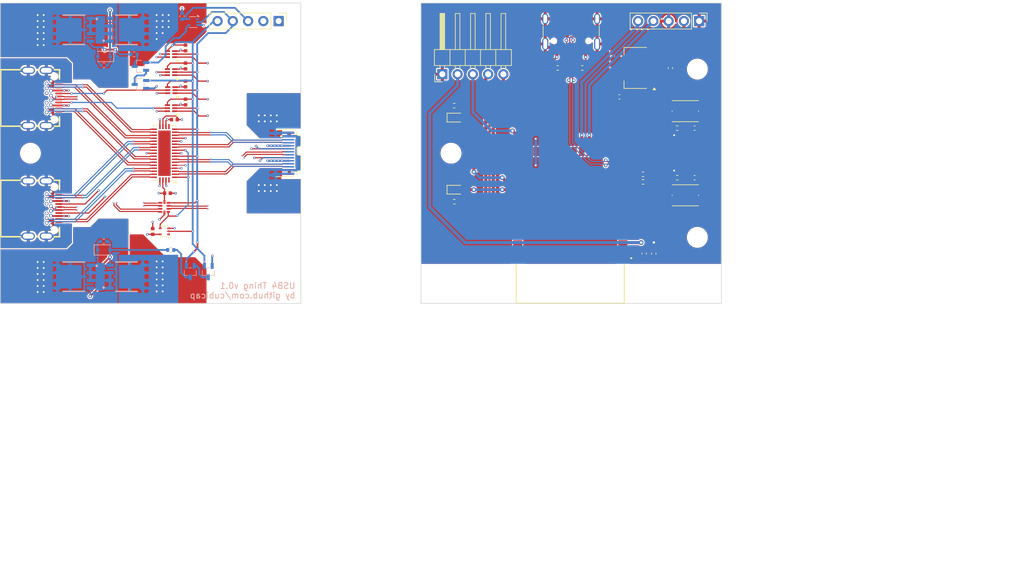
<source format=kicad_pcb>
(kicad_pcb (version 20240108) (generator "pcbnew") (generator_version "8.0")
  (layers (0 "F.Cu" signal) (1 "In1.Cu" signal) (2 "In2.Cu" signal) (3 "In3.Cu" signal) (4 "In4.Cu" signal) (31 "B.Cu" signal) (34 "B.Paste" user) (35 "F.Paste" user) (36 "B.SilkS" user "B.Silkscreen") (37 "F.SilkS" user "F.Silkscreen") (38 "B.Mask" user) (39 "F.Mask" user) (44 "Edge.Cuts" user))
  (net 0 "")
  (net 1 "/A_RX1-")
  (net 2 "/A_TX2-")
  (net 3 "/A_VBUS")
  (net 4 "/A_TX1+")
  (net 5 "/A_SBU2")
  (net 6 "/A_SBU1")
  (net 7 "/A_RX1+")
  (net 8 "/A_TX2+")
  (net 9 "/A_CC1")
  (net 10 "/A_RX2-")
  (net 11 "/A_CC2")
  (net 12 "/A_TX1-")
  (net 13 "/A_RX2+")
  (net 14 "/B_RX1-")
  (net 15 "/B_SBU1")
  (net 16 "/B_VBUS")
  (net 17 "/B_RX2-")
  (net 18 "/B_RX1+")
  (net 19 "/B_TX1-")
  (net 20 "/B_CC2")
  (net 21 "/B_TX1+")
  (net 22 "/B_CC1")
  (net 23 "/B_RX2+")
  (net 24 "/B_SBU2")
  (net 25 "/B_TX2-")
  (net 26 "/B_TX2+")
  (net 27 "/EN")
  (net 28 "/3v3")
  (net 29 "/5V")
  (net 30 "/SEL")
  (net 33 "/~EN")
  (net 35 "/COM_RX1+")
  (net 36 "/COM_TX1+")
  (net 37 "/COM_TX2-")
  (net 38 "/COM_RX1-")
  (net 39 "/COM_RX2-")
  (net 40 "/COM_TX1-")
  (net 41 "/COM_RX2+")
  (net 42 "/COM_TX2+")
  (net 43 "/D+")
  (net 44 "/D-")
  (net 45 "/CC1")
  (net 46 "/SBU2")
  (net 47 "/SBU1")
  (net 48 "/CC2")
  (net 49 "/B_D-")
  (net 50 "/B_D+")
  (net 51 "/A_D+")
  (net 52 "/A_D-")
  (net 53 "/GND")
  (net 54 "/VBUS")
  (net 57 "/control_board/GND")
  (net 58 "/control_board/5V")
  (net 59 "/control_board/3v3")
  (net 60 "/control_board/EN")
  (net 61 "/control_board/SEL")
  (net 62 "/control_board/TX")
  (net 63 "/control_board/RX")
  (net 64 "/control_board/BOOT")
  (net 65 "/control_board/EN_ESP")
  (net 66 "Net-(D3-K)")
  (net 67 "/control_board/D+")
  (net 68 "/control_board/D-")
  (net 69 "Net-(D3-A)")
  (net 70 "Net-(D4-A)")
  (net 71 "/~SEL")
  (net 73 "/PWR MUX/A_PWR_S")
  (net 74 "/PWR MUX/B_PWR_S")
  (net 75 "Net-(D4-K)")
  (net 76 "/PWR MUX/A_PWR_G")
  (net 77 "/PWR MUX/B_PWR_G")
  (net 78 "Net-(J4-CC1)")
  (net 80 "Net-(J4-CC2)")
  (net 82 "Net-(Q1-S)")
  (net 83 "Net-(Q1-D)")
  (net 84 "Net-(Q4-D)")
  (net 85 "Net-(Q4-S)")
  (net 86 "Net-(C11-Pad1)")
  (net 87 "Net-(C14-Pad1)")
  (net 95 "Net-(IC7-IO18)")
  (net 102 "Net-(IC7-IO8)")
  (footprint "Capacitor_SMD:C_0402_1005Metric" (layer "F.Cu") (at 125.35 88.02 90)
    (property "Reference" "C1" (hide yes))
    (property "Value" "0.1u" (hide yes))
  )
  (footprint "Capacitor_SMD:C_0402_1005Metric" (layer "F.Cu") (at 208.75 91.7 90)
    (property "Reference" "C13" (hide yes))
    (property "Value" "100n" (hide yes))
  )
  (footprint "SamacSys_Parts:ESP32S3WROOM1N8R8" (layer "F.Cu") (at 194.845071 87.212939 180)
    (property "Reference" "IC7" (hide yes))
    (property "Value" "ESP32-S3-WROOM-1-N8R8" (hide yes))
  )
  (footprint "MountingHole:MountingHole_3mm" (layer "F.Cu") (at 216 61)
    (property "Reference" "H5" (hide yes))
    (property "Value" "MountingHole" (hide yes))
  )
  (footprint "SamacSys_Parts:SON50P125X175X60-6N" (layer "F.Cu") (at 128.4 67.5 180)
    (property "Reference" "IC4" (hide yes))
    (property "Value" "MAX20337AEFT+T" (hide yes))
  )
  (footprint "MountingHole:MountingHole_3mm" (layer "F.Cu") (at 146 61)
    (property "Reference" "H2" (hide yes))
    (property "Value" "MountingHole" (hide yes))
  )
  (footprint "Capacitor_SMD:C_0402_1005Metric" (layer "F.Cu") (at 128.95 69.4 180)
    (property "Reference" "C8" (hide yes))
    (property "Value" "10u" (hide yes))
  )
  (footprint "SamacSys_Parts:SON50P125X175X60-6N" (layer "F.Cu") (at 128.45 64.5 180)
    (property "Reference" "IC1" (hide yes))
    (property "Value" "MAX20337AEFT+T" (hide yes))
  )
  (footprint "Capacitor_SMD:C_0402_1005Metric" (layer "F.Cu") (at 130.8 60.475 -90)
    (property "Reference" "C5" (hide yes))
    (property "Value" "10u" (hide yes))
  )
  (footprint "footprint:USB-C-TH_DX07S024XJ1R1100-1" (layer "F.Cu") (at 107.169901 84.2 -90)
    (property "Reference" "U3" (hide yes))
    (property "Value" "DX07S024XJ1R1100" (hide yes))
  )
  (footprint "LED_SMD:LED_0603_1608Metric" (layer "F.Cu") (at 175.8175 69.07)
    (property "Reference" "D4" (hide yes))
    (property "Value" "LED" (hide yes))
  )
  (footprint "SamacSys_Parts:SON50P125X175X60-6N" (layer "F.Cu") (at 128.4 58.5 180)
    (property "Reference" "IC2" (hide yes))
    (property "Value" "MAX20337AEFT+T" (hide yes))
  )
  (footprint "SamacSys_Parts:SON50P125X175X60-6N" (layer "F.Cu") (at 128.4 61.5 180)
    (property "Reference" "IC3" (hide yes))
    (property "Value" "MAX20337AEFT+T" (hide yes))
  )
  (footprint "Button_Switch_SMD:SW_Push_1P1T_NO_Vertical_Wuerth_434133025816" (layer "F.Cu") (at 214 82 180)
    (property "Reference" "SW1" (hide yes))
    (property "Value" "SW" (hide yes))
  )
  (footprint "Capacitor_SMD:C_0402_1005Metric" (layer "F.Cu") (at 203.022518 65.619426)
    (property "Reference" "C10" (hide yes))
    (property "Value" "10u" (hide yes))
  )
  (footprint "Package_DFN_QFN:WQFN-42-1EP_3.5x9mm_P0.5mm_EP2.05x7.55mm" (layer "F.Cu") (at 127.3 75 180)
    (property "Reference" "IC6" (hide yes))
    (property "Value" "PI3DBS16412ZHEX" (hide yes))
  )
  (footprint "Resistor_SMD:R_0402_1005Metric" (layer "F.Cu") (at 175.53 67.07)
    (property "Reference" "R12" (hide yes))
    (property "Value" "1k" (hide yes))
  )
  (footprint "SamacSys_Parts:TS3USB221ERSER" (layer "F.Cu") (at 127.3 84 -90)
    (property "Reference" "IC5" (hide yes))
    (property "Value" "TS3USB221ERSER" (hide yes))
  )
  (footprint "Resistor_SMD:R_0402_1005Metric" (layer "F.Cu") (at 206.95 79.775)
    (property "Reference" "R7" (hide yes))
    (property "Value" "330R" (hide yes))
  )
  (footprint "Capacitor_SMD:C_0402_1005Metric" (layer "F.Cu") (at 215.53 70.82)
    (property "Reference" "C14" (hide yes))
    (property "Value" "100n" (hide yes))
  )
  (footprint "Resistor_SMD:R_0402_1005Metric" (layer "F.Cu") (at 175.54 83.07)
    (property "Reference" "R11" (hide yes))
    (property "Value" "1k" (hide yes))
  )
  (footprint "LED_SMD:LED_0603_1608Metric" (layer "F.Cu") (at 175.8175 81.07)
    (property "Reference" "D3" (hide yes))
    (property "Value" "LED" (hide yes))
  )
  (footprint "MountingHole:MountingHole_3mm" (layer "F.Cu") (at 175 75)
    (property "Reference" "H3" (hide yes))
    (property "Value" "MountingHole" (hide yes))
  )
  (footprint "footprint:USB-C-TH_DX07S024XJ1R1100-1" (layer "F.Cu") (at 107.169901 65.8 -90)
    (property "Reference" "U4" (hide yes))
    (property "Value" "DX07S024XJ1R1100" (hide yes))
  )
  (footprint "Resistor_SMD:R_0402_1005Metric" (layer "F.Cu") (at 192.75 60.8)
    (property "Reference" "R6" (hide yes))
    (property "Value" "56k" (hide yes))
  )
  (footprint "Resistor_SMD:R_0402_1005Metric" (layer "F.Cu") (at 196.85 60.8 180)
    (property "Reference" "R5" (hide yes))
    (property "Value" "56k" (hide yes))
  )
  (footprint "Capacitor_SMD:C_0402_1005Metric" (layer "F.Cu") (at 127.8 81.65)
    (property "Reference" "C7" (hide yes))
    (property "Value" "10u" (hide yes))
  )
  (footprint "Capacitor_SMD:C_0402_1005Metric" (layer "F.Cu") (at 130.8 63.475 -90)
    (property "Reference" "C3" (hide yes))
    (property "Value" "10u" (hide yes))
  )
  (footprint "8.0_custom:JAE_DX07P024AJ1R1500" (layer "F.Cu") (at 150 75 90)
    (property "Reference" "J1" (hide yes))
    (property "Value" "DX07P024AJ1R1500" (hide yes))
    (fp_line (start 4.125 -4.15) (end 4.125 0) (stroke (width 0.01)) (layer "Edge.Cuts"))
    (fp_line (start 3.9 -4.15) (end 4.125 -4.15) (stroke (width 0.01)) (layer "Edge.Cuts"))
    (fp_line (start -3.9 -3.25) (end -4.3 -3.25) (stroke (width 0.01)) (layer "Edge.Cuts"))
    (fp_line (start -4.3 -3.25) (end -4.3 0) (stroke (width 0.01)) (layer "Edge.Cuts"))
    (fp_line (start 3.9 -1.15) (end 3.9 -4.15) (stroke (width 0.01)) (layer "Edge.Cuts"))
    (fp_line (start -3.9 -1.15) (end -3.9 -3.25) (stroke (width 0.01)) (layer "Edge.Cuts"))
    (fp_line (start 3.6 -0.65) (end 3.9 -1.15) (stroke (width 0.01)) (layer "Edge.Cuts"))
    (fp_line (start 3.6 -0.65) (end 3.15 -0.65) (stroke (width 0.01)) (layer "Edge.Cuts"))
    (fp_line (start -3.15 -0.65) (end -3.6 -0.65) (stroke (width 0.01)) (layer "Edge.Cuts"))
    (fp_line (start -3.6 -0.65) (end -3.9 -1.15) (stroke (width 0.01)) (layer "Edge.Cuts"))
    (fp_line (start 0.9 -0.6) (end -0.1 -0.6) (stroke (width 0.01)) (layer "Edge.Cuts"))
    (fp_line (start 2.95 -0.45) (end 2.95 -0.2) (stroke (width 0.01)) (layer "Edge.Cuts"))
    (fp_line (start -0.3 -0.4) (end -0.3 -0.2) (stroke (width 0.01)) (layer "Edge.Cuts"))
    (fp_line (start 1.1 -0.2) (end 1.1 -0.4) (stroke (width 0.01)) (layer "Edge.Cuts"))
    (fp_line (start -2.95 -0.2) (end -2.95 -0.45) (stroke (width 0.01)) (layer "Edge.Cuts"))
    (fp_line (start 2.75 0) (end 1.3 0) (stroke (width 0.01)) (layer "Edge.Cuts"))
    (fp_line (start -0.5 0) (end -2.75 0) (stroke (width 0.01)) (layer "Edge.Cuts"))
    (fp_arc (start -3.15 -0.65) (mid -3.008579 -0.591421) (end -2.95 -0.45) (stroke (width 0.01)) (layer "Edge.Cuts"))
    (fp_arc (start 0.9 -0.6) (mid 1.041421 -0.541421) (end 1.1 -0.4) (stroke (width 0.01)) (layer "Edge.Cuts"))
    (fp_arc (start 2.95 -0.45) (mid 3.008579 -0.591421) (end 3.15 -0.65) (stroke (width 0.01)) (layer "Edge.Cuts"))
    (fp_arc (start -0.3 -0.4) (mid -0.241421 -0.541421) (end -0.1 -0.6) (stroke (width 0.01)) (layer "Edge.Cuts"))
    (fp_arc (start 2.95 -0.2) (mid 2.891421 -0.058579) (end 2.75 0) (stroke (width 0.01)) (layer "Edge.Cuts"))
    (fp_arc (start -0.3 -0.2) (mid -0.358579 -0.058579) (end -0.5 0) (stroke (width 0.01)) (layer "Edge.Cuts"))
    (fp_arc (start 1.3 0) (mid 1.158579 -0.058579) (end 1.1 -0.2) (stroke (width 0.01)) (layer "Edge.Cuts"))
    (fp_arc (start -2.75 0) (mid -2.891421 -0.058579) (end -2.95 -0.2) (stroke (width 0.01)) (layer "Edge.Cuts"))
  )
  (footprint "Resistor_SMD:R_0402_1005Metric" (layer "F.Cu") (at 206.95 78.5)
    (property "Reference" "R9" (hide yes))
    (property "Value" "330R" (hide yes))
  )
  (footprint "Connector_USB:USB_C_Receptacle_GCT_USB4105-xx-A_16P_TopMnt_Horizontal" (layer "F.Cu") (at 195 53.7 180)
    (property "Reference" "J4" (hide yes))
    (property "Value" "USB_C_Receptacle_USB2.0_16P" (hide yes))
  )
  (footprint "Capacitor_SMD:C_0402_1005Metric" (layer "F.Cu") (at 130.8 66.475 -90)
    (property "Reference" "C6" (hide yes))
    (property "Value" "10u" (hide yes))
  )
  (footprint "Capacitor_SMD:C_0402_1005Metric" (layer "F.Cu") (at 207.148427 91.7 90)
    (property "Reference" "C12" (hide yes))
    (property "Value" "10u" (hide yes))
  )
  (footprint "Resistor_SMD:R_0402_1005Metric" (layer "F.Cu") (at 212.64 79.07)
    (property "Reference" "R8" (hide yes))
    (property "Value" "10k" (hide yes))
  )
  (footprint "Connector_PinHeader_2.54mm:PinHeader_1x05_P2.54mm_Vertical" (layer "F.Cu") (at 146.3 53 -90)
    (property "Reference" "J3" (hide yes))
    (property "Value" "Conn_01x05_Pin" (hide yes))
  )
  (footprint "MountingHole:MountingHole_3mm" (layer "F.Cu") (at 146 89)
    (property "Reference" "H1" (hide yes))
    (property "Value" "MountingHole" (hide yes))
  )
  (footprint "Package_TO_SOT_SMD:SOT-553" (layer "F.Cu") (at 127.3 88 180)
    (property "Reference" "U1" (hide yes))
    (property "Value" "74LVC1GU04DRL" (hide yes))
  )
  (footprint "MountingHole:MountingHole_3mm" (layer "F.Cu") (at 105 75)
    (property "Reference" "H6" (hide yes))
    (property "Value" "MountingHole" (hide yes))
  )
  (footprint "Capacitor_SMD:C_0402_1005Metric" (layer "F.Cu") (at 215.53 79.07)
    (property "Reference" "C11" (hide yes))
    (property "Value" "100n" (hide yes))
  )
  (footprint "Package_TO_SOT_SMD:SOT-223-3_TabPin2" (layer "F.Cu") (at 205.7 60.8 180)
    (property "Reference" "U5" (hide yes))
    (property "Value" "AMS1117-3.3" (hide yes))
  )
  (footprint "MountingHole:MountingHole_3mm" (layer "F.Cu") (at 216 89)
    (property "Reference" "H4" (hide yes))
    (property "Value" "MountingHole" (hide yes))
  )
  (footprint "Connector_PinHeader_2.54mm:PinHeader_1x05_P2.54mm_Vertical" (layer "F.Cu") (at 216.3 53 -90)
    (property "Reference" "J2" (hide yes))
    (property "Value" "Conn_01x05_Pin" (hide yes))
  )
  (footprint "Resistor_SMD:R_0402_1005Metric" (layer "F.Cu") (at 212.64 70.82)
    (property "Reference" "R10" (hide yes))
    (property "Value" "10k" (hide yes))
  )
  (footprint "Connector_PinHeader_2.54mm:PinHeader_1x05_P2.54mm_Horizontal" (layer "F.Cu") (at 173.555 61.845 90)
    (property "Reference" "J5" (hide yes))
    (property "Value" "Conn_01x06_Pin" (hide yes))
  )
  (footprint "Capacitor_SMD:C_0402_1005Metric" (layer "F.Cu") (at 130.8 57.47 -90)
    (property "Reference" "C4" (hide yes))
    (property "Value" "10u" (hide yes))
  )
  (footprint "Capacitor_SMD:C_0402_1005Metric" (layer "F.Cu") (at 211.51 60.8375 -90)
    (property "Reference" "C9" (hide yes))
    (property "Value" "10u" (hide yes))
  )
  (footprint "Button_Switch_SMD:SW_Push_1P1T_NO_Vertical_Wuerth_434133025816" (layer "F.Cu") (at 214 68)
    (property "Reference" "SW2" (hide yes))
    (property "Value" "SW" (hide yes))
  )
  (footprint "SamacSys_Parts:SIR681DPT1RE3" (layer "B.Cu") (at 114.9795 54.455 180)
    (property "Reference" "Q3" (hide yes))
    (property "Value" "SIR5607DP-T1-RE3 " (hide yes))
  )
  (footprint "Resistor_SMD:R_0402_1005Metric" (layer "B.Cu") (at 117.25 60.35 180)
    (property "Reference" "R2" (hide yes))
    (property "Value" "20k" (hide yes))
  )
  (footprint "SamacSys_Parts:SIR681DPT1RE3" (layer "B.Cu") (at 118.25 54.455)
    (property "Reference" "Q7" (hide yes))
    (property "Value" "SIR5607DP-T1-RE3 " (hide yes))
  )
  (footprint "SamacSys_Parts:SSM3K7002CFULF" (layer "B.Cu") (at 123.3 60.55 -90)
    (property "Reference" "Q1" (hide yes))
    (property "Value" "SSM3K7002KFU,LF" (hide yes))
  )
  (footprint "SamacSys_Parts:SSM3K7002CFULF" (layer "B.Cu") (at 123.3 63.55 -90)
    (property "Reference" "Q2" (hide yes))
    (property "Value" "SSM3K7002KFU,LF" (hide yes))
  )
  (footprint "Resistor_SMD:R_0402_1005Metric" (layer "B.Cu") (at 122.25 58.55)
    (property "Reference" "R1" (hide yes))
    (property "Value" "4.7k" (hide yes))
  )
  (footprint "SamacSys_Parts:SSM3K7002CFULF" (layer "B.Cu") (at 134.6 94.7)
    (property "Reference" "Q5" (hide yes))
    (property "Value" "SSM3K7002KFU,LF" (hide yes))
  )
  (footprint "SamacSys_Parts:SIR681DPT1RE3" (layer "B.Cu") (at 114.965 95.545 180)
    (property "Reference" "Q6" (hide yes))
    (property "Value" "SIR5607DP-T1-RE3 " (hide yes))
  )
  (footprint "Package_TO_SOT_SMD:SOT-553" (layer "B.Cu") (at 132.1 53.175 180)
    (property "Reference" "U2" (hide yes))
    (property "Value" "74LVC1GU04DRL" (hide yes))
  )
  (footprint "Diode_SMD:D_SOD-323" (layer "B.Cu") (at 117.25 58.9 180)
    (property "Reference" "D1" (hide yes))
    (property "Value" "MM3Z10VST1G" (hide yes))
  )
  (footprint "Resistor_SMD:R_0402_1005Metric" (layer "B.Cu") (at 117.2 89.675)
    (property "Reference" "R4" (hide yes))
    (property "Value" "20k" (hide yes))
  )
  (footprint "Diode_SMD:D_SOD-323" (layer "B.Cu") (at 117.2 91.1)
    (property "Reference" "D2" (hide yes))
    (property "Value" "MM3Z10VST1G" (hide yes))
  )
  (footprint "SamacSys_Parts:SIR681DPT1RE3" (layer "B.Cu") (at 118.245 95.545)
    (property "Reference" "Q8" (hide yes))
    (property "Value" "SIR5607DP-T1-RE3 " (hide yes))
  )
  (footprint "Capacitor_SMD:C_0402_1005Metric" (layer "B.Cu") (at 130.225 52.2 90)
    (property "Reference" "C2" (hide yes))
    (property "Value" "0.1u" (hide yes))
  )
  (footprint "Resistor_SMD:R_0402_1005Metric" (layer "B.Cu") (at 128.35 91.1)
    (property "Reference" "R3" (hide yes))
    (property "Value" "4.7k" (hide yes))
  )
  (footprint "SamacSys_Parts:SSM3K7002CFULF" (layer "B.Cu") (at 131.6 94.7)
    (property "Reference" "Q4" (hide yes))
    (property "Value" "SSM3K7002KFU,LF" (hide yes))
  )
  (gr_line (start 150 79.3) (end 150 100) (stroke (width 0.1)) (layer "Edge.Cuts"))
  (gr_rect (start 170 50) (end 220 100) (stroke (width 0.1)) (fill none) (layer "Edge.Cuts"))
  (gr_line (start 100 50) (end 150 50) (stroke (width 0.1)) (layer "Edge.Cuts"))
  (gr_line (start 150 50) (end 150 70.875) (stroke (width 0.1)) (layer "Edge.Cuts"))
  (gr_line (start 150 100) (end 100 100) (stroke (width 0.1)) (layer "Edge.Cuts"))
  (gr_line (start 100 100) (end 100 50) (stroke (width 0.1)) (layer "Edge.Cuts"))
  (gr_text "USB4 Thing v0.1\nby github.com/cubicap" (at 149.175 99.25 0) (layer "B.SilkS") (effects (font (size 1 1)) (justify left bottom mirror)))
  (segment (start 124.956249 73.5) (end 124.896649 73.4404) (width 0.1808) (layer "F.Cu") (net 1))
  (segment (start 125.6125 73.5) (end 124.956249 73.5) (width 0.1808) (layer "F.Cu") (net 1))
  (segment (start 122.184599 73.440401) (end 122.1 73.525) (width 0.1808) (layer "F.Cu") (net 1))
  (segment (start 124.896649 73.4404) (end 122.184599 73.440401) (width 0.1808) (layer "F.Cu") (net 1))
  (via (at 122.1 73.525) (size 0.25) (drill 0.15) (layers "F.Cu" "B.Cu") (net 1))
  (segment (start 112.378867 82.390401) (end 107.89949 82.390401) (width 0.1808) (layer "B.Cu") (net 1))
  (segment (start 122.015401 73.440401) (end 121.328867 73.440401) (width 0.1808) (layer "B.Cu") (net 1))
  (segment (start 112.378867 82.390401) (end 121.328867 73.440401) (width 0.1808) (layer "B.Cu") (net 1))
  (segment (start 122.1 73.525) (end 122.015401 73.440401) (width 0.1808) (layer "B.Cu") (net 1))
  (segment (start 107.89949 82.390401) (end 107.68984 82.600051) (width 0.1808) (layer "B.Cu") (net 1))
  (segment (start 122.184599 77.559599) (end 122.1 77.475) (width 0.1808) (layer "F.Cu") (net 2))
  (segment (start 124.956249 77.5) (end 124.896649 77.5596) (width 0.1808) (layer "F.Cu") (net 2))
  (segment (start 124.896649 77.5596) (end 122.184599 77.559599) (width 0.1808) (layer "F.Cu") (net 2))
  (segment (start 125.6125 77.5) (end 124.956249 77.5) (width 0.1808) (layer "F.Cu") (net 2))
  (via (at 122.1 77.475) (size 0.25) (drill 0.15) (layers "F.Cu" "B.Cu") (net 2))
  (segment (start 112.321133 86.009599) (end 107.89949 86.009599) (width 0.1808) (layer "B.Cu") (net 2))
  (segment (start 120.771133 77.559599) (end 112.321133 86.009599) (width 0.1808) (layer "B.Cu") (net 2))
  (segment (start 107.89949 86.009599) (end 107.68984 85.799949) (width 0.1808) (layer "B.Cu") (net 2))
  (segment (start 122.015401 77.559599) (end 120.771133 77.559599) (width 0.1808) (layer "B.Cu") (net 2))
  (segment (start 122.1 77.475) (end 122.015401 77.559599) (width 0.1808) (layer "B.Cu") (net 2))
  (segment (start 111.35 85.45) (end 110.59 85.45) (width 0.3) (layer "F.Cu") (net 3))
  (segment (start 109.700064 82.95) (end 109.7 82.950064) (width 0.3) (layer "F.Cu") (net 3))
  (segment (start 108.439903 82.950064) (end 108.389865 83.000102) (width 0.3) (layer "F.Cu") (net 3))
  (segment (start 109.7 85.449936) (end 108.439903 85.449936) (width 0.3) (layer "F.Cu") (net 3))
  (segment (start 109.700064 85.45) (end 109.7 85.449936) (width 0.3) (layer "F.Cu") (net 3))
  (segment (start 111.35 82.95) (end 110.59 82.95) (width 0.3) (layer "F.Cu") (net 3))
  (segment (start 110.59 82.95) (end 109.700064 82.95) (width 0.3) (layer "F.Cu") (net 3))
  (segment (start 108.439903 85.449936) (end 108.389865 85.399898) (width 0.3) (layer "F.Cu") (net 3))
  (segment (start 109.7 82.950064) (end 108.439903 82.950064) (width 0.3) (layer "F.Cu") (net 3))
  (segment (start 110.59 85.45) (end 109.700064 85.45) (width 0.3) (layer "F.Cu") (net 3))
  (via (at 107.2 94.1) (size 0.6) (drill 0.3) (layers "F.Cu" "B.Cu") (net 3))
  (via (at 106.2 96.1) (size 0.6) (drill 0.3) (layers "F.Cu" "B.Cu") (net 3))
  (via (at 107.2 98.1) (size 0.6) (drill 0.3) (layers "F.Cu" "B.Cu") (net 3))
  (via (at 106.2 98.1) (size 0.6) (drill 0.3) (layers "F.Cu" "B.Cu") (net 3))
  (via (at 106.2 94.1) (size 0.6) (drill 0.3) (layers "F.Cu" "B.Cu") (net 3))
  (via (at 107.2 96.1) (size 0.6) (drill 0.3) (layers "F.Cu" "B.Cu") (net 3))
  (via (at 111.35 82.95) (size 0.4) (drill 0.2) (layers "F.Cu" "B.Cu") (net 3))
  (via (at 110.59 82.95) (size 0.4) (drill 0.2) (layers "F.Cu" "B.Cu") (net 3))
  (via (at 106.2 97.1) (size 0.6) (drill 0.3) (layers "F.Cu" "B.Cu") (net 3))
  (via (at 107.2 93.1) (size 0.6) (drill 0.3) (layers "F.Cu" "B.Cu") (net 3))
  (via (at 111.35 85.45) (size 0.4) (drill 0.2) (layers "F.Cu" "B.Cu") (net 3))
  (via (at 106.2 95.1) (size 0.6) (drill 0.3) (layers "F.Cu" "B.Cu") (net 3))
  (via (at 110.59 85.45) (size 0.4) (drill 0.2) (layers "F.Cu" "B.Cu") (net 3))
  (via (at 107.2 95.1) (size 0.6) (drill 0.3) (layers "F.Cu" "B.Cu") (net 3))
  (via (at 106.2 93.1) (size 0.6) (drill 0.3) (layers "F.Cu" "B.Cu") (net 3))
  (via (at 107.2 97.1) (size 0.6) (drill 0.3) (layers "F.Cu" "B.Cu") (net 3))
  (segment (start 113.7 81.925) (end 113.6154 82.0096) (width 0.1808) (layer "F.Cu") (net 4))
  (segment (start 123 73.975) (end 123.0846 74.0596) (width 0.1808) (layer "F.Cu") (net 4))
  (segment (start 123.0846 74.0596) (end 124.896649 74.0596) (width 0.1808) (layer "F.Cu") (net 4))
  (segment (start 110.584537 82.0096) (end 110.525001 81.950064) (width 0.1808) (layer "F.Cu") (net 4))
  (segment (start 110.525001 81.950064) (end 109.7 81.950064) (width 0.1808) (layer "F.Cu") (net 4))
  (segment (start 124.956249 74) (end 125.6125 74) (width 0.1808) (layer "F.Cu") (net 4))
  (segment (start 113.6154 82.0096) (end 110.584537 82.0096) (width 0.1808) (layer "F.Cu") (net 4))
  (segment (start 124.896649 74.0596) (end 124.956249 74) (width 0.1808) (layer "F.Cu") (net 4))
  (via (at 123 73.975) (size 0.25) (drill 0.15) (layers "F.Cu" "B.Cu") (net 4))
  (via (at 113.7 81.925) (size 0.25) (drill 0.15) (layers "F.Cu" "B.Cu") (net 4))
  (segment (start 122.915401 74.059599) (end 122.171133 74.059599) (width 0.1808) (layer "B.Cu") (net 4))
  (segment (start 114.221133 82.009599) (end 113.784599 82.009599) (width 0.1808) (layer "B.Cu") (net 4))
  (segment (start 114.221133 82.009599) (end 122.171133 74.059599) (width 0.1808) (layer "B.Cu") (net 4))
  (segment (start 123 73.975) (end 122.915401 74.059599) (width 0.1808) (layer "B.Cu") (net 4))
  (segment (start 113.784599 82.009599) (end 113.7 81.925) (width 0.1808) (layer "B.Cu") (net 4))
  (segment (start 126.6 62) (end 127.8 62) (width 0.2) (layer "F.Cu") (net 5))
  (via (at 126.6 62) (size 0.4) (drill 0.2) (layers "F.Cu" "B.Cu") (net 5))
  (segment (start 114.7 84.95) (end 117.4 82.25) (width 0.2) (layer "F.Cu") (net 6))
  (segment (start 126.05 68) (end 127.8 68) (width 0.2) (layer "F.Cu") (net 6))
  (segment (start 109.700064 84.95) (end 109.7 84.950064) (width 0.2) (layer "F.Cu") (net 6))
  (segment (start 114.7 84.95) (end 109.700064 84.95) (width 0.2) (layer "F.Cu") (net 6))
  (via (at 117.4 82.25) (size 0.4) (drill 0.2) (layers "F.Cu" "B.Cu") (net 6))
  (via (at 126.05 68) (size 0.4) (drill 0.2) (layers "F.Cu" "B.Cu") (net 6))
  (segment (start 124.956249 73) (end 124.896649 73.0596) (width 0.1808) (layer "F.Cu") (net 7))
  (segment (start 125.6125 73) (end 124.956249 73) (width 0.1808) (layer "F.Cu") (net 7))
  (segment (start 122.184599 73.059599) (end 122.1 72.975) (width 0.1808) (layer "F.Cu") (net 7))
  (segment (start 124.896649 73.0596) (end 122.184599 73.059599) (width 0.1808) (layer "F.Cu") (net 7))
  (via (at 122.1 72.975) (size 0.25) (drill 0.15) (layers "F.Cu" "B.Cu") (net 7))
  (segment (start 112.221133 82.009599) (end 107.89949 82.009599) (width 0.1808) (layer "B.Cu") (net 7))
  (segment (start 112.221133 82.009599) (end 121.171133 73.059599) (width 0.1808) (layer "B.Cu") (net 7))
  (segment (start 122.1 72.975) (end 122.015401 73.059599) (width 0.1808) (layer "B.Cu") (net 7))
  (segment (start 122.015401 73.059599) (end 121.171133 73.059599) (width 0.1808) (layer "B.Cu") (net 7))
  (segment (start 107.89949 82.009599) (end 107.68984 81.799949) (width 0.1808) (layer "B.Cu") (net 7))
  (segment (start 125.6125 78) (end 124.956249 78) (width 0.1808) (layer "F.Cu") (net 8))
  (segment (start 122.184599 77.940401) (end 122.1 78.025) (width 0.1808) (layer "F.Cu") (net 8))
  (segment (start 124.956249 78) (end 124.896649 77.9404) (width 0.1808) (layer "F.Cu") (net 8))
  (segment (start 124.896649 77.9404) (end 122.184599 77.940401) (width 0.1808) (layer "F.Cu") (net 8))
  (via (at 122.1 78.025) (size 0.25) (drill 0.15) (layers "F.Cu" "B.Cu") (net 8))
  (segment (start 122.1 78.025) (end 122.015401 77.940401) (width 0.1808) (layer "B.Cu") (net 8))
  (segment (start 120.928867 77.940401) (end 112.478867 86.390401) (width 0.1808) (layer "B.Cu") (net 8))
  (segment (start 122.015401 77.940401) (end 120.928867 77.940401) (width 0.1808) (layer "B.Cu") (net 8))
  (segment (start 112.478867 86.390401) (end 107.89949 86.390401) (width 0.1808) (layer "B.Cu") (net 8))
  (segment (start 107.89949 86.390401) (end 107.68984 86.600051) (width 0.1808) (layer "B.Cu") (net 8))
  (segment (start 126.05 65) (end 127.85 65) (width 0.2) (layer "F.Cu") (net 9))
  (segment (start 114.1 83.45) (end 109.700064 83.45) (width 0.2) (layer "F.Cu") (net 9))
  (segment (start 109.700064 83.45) (end 109.7 83.449936) (width 0.2) (layer "F.Cu") (net 9))
  (segment (start 114.1 83.45) (end 116.35 81.2) (width 0.2) (layer "F.Cu") (net 9))
  (via (at 116.35 81.2) (size 0.4) (drill 0.2) (layers "F.Cu" "B.Cu") (net 9))
  (via (at 126.05 65) (size 0.4) (drill 0.2) (layers "F.Cu" "B.Cu") (net 9))
  (segment (start 110.525001 85.950064) (end 109.7 85.950064) (width 0.1808) (layer "F.Cu") (net 10))
  (segment (start 124.956249 78.5) (end 124.896649 78.5596) (width 0.1808) (layer "F.Cu") (net 10))
  (segment (start 110.584537 86.0096) (end 110.525001 85.950064) (width 0.1808) (layer "F.Cu") (net 10))
  (segment (start 114.321132 86.0096) (end 110.584537 86.0096) (width 0.1808) (layer "F.Cu") (net 10))
  (segment (start 124.896649 78.5596) (end 121.771132 78.5596) (width 0.1808) (layer "F.Cu") (net 10))
  (segment (start 121.771132 78.5596) (end 114.321132 86.0096) (width 0.1808) (layer "F.Cu") (net 10))
  (segment (start 125.6125 78.5) (end 124.956249 78.5) (width 0.1808) (layer "F.Cu") (net 10))
  (segment (start 126 59) (end 127.8 59) (width 0.2) (layer "F.Cu") (net 11))
  (via (at 126 59) (size 0.4) (drill 0.2) (layers "F.Cu" "B.Cu") (net 11))
  (segment (start 113.6154 82.3904) (end 110.584537 82.3904) (width 0.1808) (layer "F.Cu") (net 12))
  (segment (start 110.525001 82.449936) (end 109.7 82.449936) (width 0.1808) (layer "F.Cu") (net 12))
  (segment (start 123 74.525) (end 123.0846 74.4404) (width 0.1808) (layer "F.Cu") (net 12))
  (segment (start 113.7 82.475) (end 113.6154 82.3904) (width 0.1808) (layer "F.Cu") (net 12))
  (segment (start 110.584537 82.3904) (end 110.525001 82.449936) (width 0.1808) (layer "F.Cu") (net 12))
  (segment (start 124.896649 74.4404) (end 124.956249 74.5) (width 0.1808) (layer "F.Cu") (net 12))
  (segment (start 123.0846 74.4404) (end 124.896649 74.4404) (width 0.1808) (layer "F.Cu") (net 12))
  (segment (start 124.956249 74.5) (end 125.6125 74.5) (width 0.1808) (layer "F.Cu") (net 12))
  (via (at 113.7 82.475) (size 0.25) (drill 0.15) (layers "F.Cu" "B.Cu") (net 12))
  (via (at 123 74.525) (size 0.25) (drill 0.15) (layers "F.Cu" "B.Cu") (net 12))
  (segment (start 114.378867 82.390401) (end 113.784599 82.390401) (width 0.1808) (layer "B.Cu") (net 12))
  (segment (start 114.378867 82.390401) (end 122.328867 74.440401) (width 0.1808) (layer "B.Cu") (net 12))
  (segment (start 113.784599 82.390401) (end 113.7 82.475) (width 0.1808) (layer "B.Cu") (net 12))
  (segment (start 122.915401 74.440401) (end 122.328867 74.440401) (width 0.1808) (layer "B.Cu") (net 12))
  (segment (start 123 74.525) (end 122.915401 74.440401) (width 0.1808) (layer "B.Cu") (net 12))
  (segment (start 124.896649 78.9404) (end 121.928868 78.9404) (width 0.1808) (layer "F.Cu") (net 13))
  (segment (start 125.6125 79) (end 124.956249 79) (width 0.1808) (layer "F.Cu") (net 13))
  (segment (start 110.525001 86.449936) (end 109.7 86.449936) (width 0.1808) (layer "F.Cu") (net 13))
  (segment (start 121.928868 78.9404) (end 114.478868 86.3904) (width 0.1808) (layer "F.Cu") (net 13))
  (segment (start 110.584537 86.3904) (end 110.525001 86.449936) (width 0.1808) (layer "F.Cu") (net 13))
  (segment (start 114.478868 86.3904) (end 110.584537 86.3904) (width 0.1808) (layer "F.Cu") (net 13))
  (segment (start 124.956249 79) (end 124.896649 78.9404) (width 0.1808) (layer "F.Cu") (net 13))
  (segment (start 125.6125 71.5) (end 124.956249 71.5) (width 0.1808) (layer "F.Cu") (net 14))
  (segment (start 124.896649 71.4404) (end 121.771132 71.4404) (width 0.1808) (layer "F.Cu") (net 14))
  (segment (start 113.784599 63.990401) (end 113.7 64.075) (width 0.1808) (layer "F.Cu") (net 14))
  (segment (start 114.321131 63.990401) (end 113.784599 63.990401) (width 0.1808) (layer "F.Cu") (net 14))
  (segment (start 124.956249 71.5) (end 124.896649 71.4404) (width 0.1808) (layer "F.Cu") (net 14))
  (segment (start 121.771132 71.4404) (end 114.321131 63.990401) (width 0.1808) (layer "F.Cu") (net 14))
  (via (at 113.7 64.075) (size 0.25) (drill 0.15) (layers "F.Cu" "B.Cu") (net 14))
  (segment (start 113.7 64.075) (end 113.615401 63.990401) (width 0.1808) (layer "B.Cu") (net 14))
  (segment (start 107.89949 63.990401) (end 107.68984 64.200051) (width 0.1808) (layer "B.Cu") (net 14))
  (segment (start 113.615401 63.990401) (end 107.89949 63.990401) (width 0.1808) (layer "B.Cu") (net 14))
  (segment (start 111.85 66.55) (end 111.849936 66.550064) (width 0.2) (layer "F.Cu") (net 15))
  (segment (start 127.8 67.5) (end 125.45 67.5) (width 0.2) (layer "F.Cu") (net 15))
  (segment (start 111.849936 66.550064) (end 109.7 66.550064) (width 0.2) (layer "F.Cu") (net 15))
  (via (at 111.85 66.55) (size 0.4) (drill 0.2) (layers "F.Cu" "B.Cu") (net 15))
  (via (at 125.45 67.5) (size 0.4) (drill 0.2) (layers "F.Cu" "B.Cu") (net 15))
  (segment (start 119.4 67.5) (end 118.45 66.55) (width 0.2) (layer "B.Cu") (net 15))
  (segment (start 118.45 66.55) (end 111.85 66.55) (width 0.2) (layer "B.Cu") (net 15))
  (segment (start 125.45 67.5) (end 119.4 67.5) (width 0.2) (layer "B.Cu") (net 15))
  (segment (start 108.3 64.55) (end 108.25 64.6) (width 0.3) (layer "F.Cu") (net 16))
  (segment (start 110.6 64.55) (end 109.700064 64.55) (width 0.3) (layer "F.Cu") (net 16))
  (segment (start 109.700064 64.55) (end 109.7 64.550064) (width 0.3) (layer "F.Cu") (net 16))
  (segment (start 111.35 64.55) (end 110.6 64.55) (width 0.3) (layer "F.Cu") (net 16))
  (segment (start 111.35 67.05) (end 110.6 67.05) (width 0.3) (layer "F.Cu") (net 16))
  (segment (start 108.439903 67.049936) (end 108.389865 66.999898) (width 0.3) (layer "F.Cu") (net 16))
  (segment (start 108.439903 64.550064) (end 108.389865 64.600102) (width 0.3) (layer "F.Cu") (net 16))
  (segment (start 109.7 64.550064) (end 108.439903 64.550064) (width 0.3) (layer "F.Cu") (net 16))
  (segment (start 110.6 67.05) (end 109.700064 67.05) (width 0.3) (layer "F.Cu") (net 16))
  (segment (start 109.7 67.049936) (end 108.439903 67.049936) (width 0.3) (layer "F.Cu") (net 16))
  (segment (start 109.700064 67.05) (end 109.7 67.049936) (width 0.3) (layer "F.Cu") (net 16))
  (segment (start 108.3 67.05) (end 108.25 67) (width 0.3) (layer "F.Cu") (net 16))
  (via (at 106.2 56) (size 0.6) (drill 0.3) (layers "F.Cu" "B.Cu") (net 16))
  (via (at 107.2 56) (size 0.6) (drill 0.3) (layers "F.Cu" "B.Cu") (net 16))
  (via (at 106.2 57) (size 0.6) (drill 0.3) (layers "F.Cu" "B.Cu") (net 16))
  (via (at 106.2 53) (size 0.6) (drill 0.3) (layers "F.Cu" "B.Cu") (net 16))
  (via (at 107.2 54) (size 0.6) (drill 0.3) (layers "F.Cu" "B.Cu") (net 16))
  (via (at 106.2 52) (size 0.6) (drill 0.3) (layers "F.Cu" "B.Cu") (net 16))
  (via (at 111.35 64.55) (size 0.4) (drill 0.2) (layers "F.Cu" "B.Cu") (net 16))
  (via (at 107.2 55) (size 0.6) (drill 0.3) (layers "F.Cu" "B.Cu") (net 16))
  (via (at 110.6 64.55) (size 0.4) (drill 0.2) (layers "F.Cu" "B.Cu") (net 16))
  (via (at 106.2 54) (size 0.6) (drill 0.3) (layers "F.Cu" "B.Cu") (net 16))
  (via (at 107.2 52) (size 0.6) (drill 0.3) (layers "F.Cu" "B.Cu") (net 16))
  (via (at 106.2 55) (size 0.6) (drill 0.3) (layers "F.Cu" "B.Cu") (net 16))
  (via (at 111.35 67.05) (size 0.4) (drill 0.2) (layers "F.Cu" "B.Cu") (net 16))
  (via (at 107.2 57) (size 0.6) (drill 0.3) (layers "F.Cu" "B.Cu") (net 16))
  (via (at 110.6 67.05) (size 0.4) (drill 0.2) (layers "F.Cu" "B.Cu") (net 16))
  (via (at 107.2 53) (size 0.6) (drill 0.3) (layers "F.Cu" "B.Cu") (net 16))
  (segment (start 124.896649 76.5596) (end 124.956249 76.5) (width 0.1808) (layer "F.Cu") (net 17))
  (segment (start 110.584537 67.6096) (end 112.378868 67.6096) (width 0.1808) (layer "F.Cu") (net 17))
  (segment (start 109.7 67.550064) (end 110.525001 67.550064) (width 0.1808) (layer "F.Cu") (net 17))
  (segment (start 112.378868 67.6096) (end 121.328868 76.5596) (width 0.1808) (layer "F.Cu") (net 17))
  (segment (start 124.956249 76.5) (end 125.6125 76.5) (width 0.1808) (layer "F.Cu") (net 17))
  (segment (start 121.328868 76.5596) (end 124.896649 76.5596) (width 0.1808) (layer "F.Cu") (net 17))
  (segment (start 110.525001 67.550064) (end 110.584537 67.6096) (width 0.1808) (layer "F.Cu") (net 17))
  (segment (start 113.784599 63.609599) (end 113.7 63.525) (width 0.1808) (layer "F.Cu") (net 18))
  (segment (start 124.956249 71) (end 124.896649 71.0596) (width 0.1808) (layer "F.Cu") (net 18))
  (segment (start 121.928868 71.0596) (end 114.478867 63.609599) (width 0.1808) (layer "F.Cu") (net 18))
  (segment (start 124.896649 71.0596) (end 121.928868 71.0596) (width 0.1808) (layer "F.Cu") (net 18))
  (segment (start 125.6125 71) (end 124.956249 71) (width 0.1808) (layer "F.Cu") (net 18))
  (segment (start 114.478867 63.609599) (end 113.784599 63.609599) (width 0.1808) (layer "F.Cu") (net 18))
  (via (at 113.7 63.525) (size 0.25) (drill 0.15) (layers "F.Cu" "B.Cu") (net 18))
  (segment (start 113.615401 63.609599) (end 107.89949 63.609599) (width 0.1808) (layer "B.Cu") (net 18))
  (segment (start 113.7 63.525) (end 113.615401 63.609599) (width 0.1808) (layer "B.Cu") (net 18))
  (segment (start 107.89949 63.609599) (end 107.68984 63.399949) (width 0.1808) (layer "B.Cu") (net 18))
  (segment (start 124.956249 72.5) (end 125.6125 72.5) (width 0.1808) (layer "F.Cu") (net 19))
  (segment (start 120.771132 72.4404) (end 124.896649 72.4404) (width 0.1808) (layer "F.Cu") (net 19))
  (segment (start 110.584537 63.9904) (end 110.525001 64.049936) (width 0.1808) (layer "F.Cu") (net 19))
  (segment (start 110.525001 64.049936) (end 109.7 64.049936) (width 0.1808) (layer "F.Cu") (net 19))
  (segment (start 124.896649 72.4404) (end 124.956249 72.5) (width 0.1808) (layer "F.Cu") (net 19))
  (segment (start 112.321132 63.9904) (end 120.771132 72.4404) (width 0.1808) (layer "F.Cu") (net 19))
  (segment (start 112.321132 63.9904) (end 110.584537 63.9904) (width 0.1808) (layer "F.Cu") (net 19))
  (segment (start 126.6 58.5) (end 127.8 58.5) (width 0.2) (layer "F.Cu") (net 20))
  (via (at 126.6 58.5) (size 0.4) (drill 0.2) (layers "F.Cu" "B.Cu") (net 20))
  (segment (start 112.478868 63.6096) (end 120.928868 72.0596) (width 0.1808) (layer "F.Cu") (net 21))
  (segment (start 110.584537 63.6096) (end 110.525001 63.550064) (width 0.1808) (layer "F.Cu") (net 21))
  (segment (start 124.956249 72) (end 125.6125 72) (width 0.1808) (layer "F.Cu") (net 21))
  (segment (start 110.525001 63.550064) (end 109.7 63.550064) (width 0.1808) (layer "F.Cu") (net 21))
  (segment (start 124.896649 72.0596) (end 124.956249 72) (width 0.1808) (layer "F.Cu") (net 21))
  (segment (start 112.478868 63.6096) (end 110.584537 63.6096) (width 0.1808) (layer "F.Cu") (net 21))
  (segment (start 120.928868 72.0596) (end 124.896649 72.0596) (width 0.1808) (layer "F.Cu") (net 21))
  (segment (start 126.05 64.5) (end 117.75 64.5) (width 0.2) (layer "F.Cu") (net 22))
  (segment (start 126.05 64.5) (end 127.8 64.5) (width 0.2) (layer "F.Cu") (net 22))
  (segment (start 111.849936 65.049936) (end 109.7 65.049936) (width 0.2) (layer "F.Cu") (net 22))
  (segment (start 111.85 65.05) (end 111.849936 65.049936) (width 0.2) (layer "F.Cu") (net 22))
  (segment (start 117.75 64.5) (end 117.2 65.05) (width 0.2) (layer "F.Cu") (net 22))
  (via (at 117.2 65.05) (size 0.4) (drill 0.2) (layers "F.Cu" "B.Cu") (net 22))
  (via (at 111.85 65.05) (size 0.4) (drill 0.2) (layers "F.Cu" "B.Cu") (net 22))
  (segment (start 111.85 65.05) (end 117.2 65.05) (width 0.2) (layer "B.Cu") (net 22))
  (segment (start 121.171132 76.9404) (end 124.896649 76.9404) (width 0.1808) (layer "F.Cu") (net 23))
  (segment (start 112.221132 67.9904) (end 121.171132 76.9404) (width 0.1808) (layer "F.Cu") (net 23))
  (segment (start 110.525001 68.049936) (end 110.584537 67.9904) (width 0.1808) (layer "F.Cu") (net 23))
  (segment (start 110.584537 67.9904) (end 112.221132 67.9904) (width 0.1808) (layer "F.Cu") (net 23))
  (segment (start 124.896649 76.9404) (end 124.956249 77) (width 0.1808) (layer "F.Cu") (net 23))
  (segment (start 109.7 68.049936) (end 110.525001 68.049936) (width 0.1808) (layer "F.Cu") (net 23))
  (segment (start 124.956249 77) (end 125.6125 77) (width 0.1808) (layer "F.Cu") (net 23))
  (segment (start 127.8 61.5) (end 126 61.5) (width 0.2) (layer "F.Cu") (net 24))
  (via (at 126 61.5) (size 0.4) (drill 0.2) (layers "F.Cu" "B.Cu") (net 24))
  (segment (start 125.6125 75.5) (end 124.956249 75.5) (width 0.1808) (layer "F.Cu") (net 25))
  (segment (start 114.478867 67.609599) (end 113.784599 67.609599) (width 0.1808) (layer "F.Cu") (net 25))
  (segment (start 124.956249 75.5) (end 124.896649 75.5596) (width 0.1808) (layer "F.Cu") (net 25))
  (segment (start 124.896649 75.5596) (end 122.428868 75.5596) (width 0.1808) (layer "F.Cu") (net 25))
  (segment (start 113.784599 67.609599) (end 113.7 67.525) (width 0.1808) (layer "F.Cu") (net 25))
  (segment (start 122.428868 75.5596) (end 114.478867 67.609599) (width 0.1808) (layer "F.Cu") (net 25))
  (via (at 113.7 67.525) (size 0.25) (drill 0.15) (layers "F.Cu" "B.Cu") (net 25))
  (segment (start 107.89949 67.609599) (end 107.68984 67.399949) (width 0.1808) (layer "B.Cu") (net 25))
  (segment (start 113.7 67.525) (end 113.615401 67.609599) (width 0.1808) (layer "B.Cu") (net 25))
  (segment (start 113.615401 67.609599) (end 107.89949 67.609599) (width 0.1808) (layer "B.Cu") (net 25))
  (segment (start 114.321131 67.990401) (end 113.784599 67.990401) (width 0.1808) (layer "F.Cu") (net 26))
  (segment (start 124.896649 75.9404) (end 122.271132 75.9404) (width 0.1808) (layer "F.Cu") (net 26))
  (segment (start 122.271132 75.9404) (end 114.321131 67.990401) (width 0.1808) (layer "F.Cu") (net 26))
  (segment (start 125.6125 76) (end 124.956249 76) (width 0.1808) (layer "F.Cu") (net 26))
  (segment (start 124.956249 76) (end 124.896649 75.9404) (width 0.1808) (layer "F.Cu") (net 26))
  (segment (start 113.784599 67.990401) (end 113.7 68.075) (width 0.1808) (layer "F.Cu") (net 26))
  (via (at 113.7 68.075) (size 0.25) (drill 0.15) (layers "F.Cu" "B.Cu") (net 26))
  (segment (start 113.7 68.075) (end 113.615401 67.990401) (width 0.1808) (layer "B.Cu") (net 26))
  (segment (start 107.89949 67.990401) (end 107.68984 68.200051) (width 0.1808) (layer "B.Cu") (net 26))
  (segment (start 113.615401 67.990401) (end 107.89949 67.990401) (width 0.1808) (layer "B.Cu") (net 26))
  (segment (start 128.3 60) (end 127.8 60.5) (width 0.2) (layer "F.Cu") (net 27))
  (segment (start 132 63) (end 128.3 63) (width 0.2) (layer "F.Cu") (net 27))
  (segment (start 128.3 63) (end 127.8 63.5) (width 0.2) (layer "F.Cu") (net 27))
  (segment (start 127.8 66.5) (end 128.3 66) (width 0.2) (layer "F.Cu") (net 27))
  (segment (start 127.8 63.5) (end 127.8 64) (width 0.2) (layer "F.Cu") (net 27))
  (segment (start 128.6 57.1) (end 128.71 56.99) (width 0.2) (layer "F.Cu") (net 27))
  (segment (start 132 88) (end 128 88) (width 0.2) (layer "F.Cu") (net 27))
  (segment (start 128.6 57.1) (end 127.8 57.9) (width 0.2) (layer "F.Cu") (net 27))
  (segment (start 127.8 67) (end 127.8 66.5) (width 0.2) (layer "F.Cu") (net 27))
  (segment (start 127.8 57.9) (end 127.8 58) (width 0.2) (layer "F.Cu") (net 27))
  (segment (start 127.8 60.5) (end 127.8 61) (width 0.2) (layer "F.Cu") (net 27))
  (segment (start 128.3 66) (end 132 66) (width 0.2) (layer "F.Cu") (net 27))
  (segment (start 128.71 56.99) (end 130.8 56.99) (width 0.2) (layer "F.Cu") (net 27))
  (segment (start 132 60) (end 128.3 60) (width 0.2) (layer "F.Cu") (net 27))
  (via (at 132 60) (size 0.4) (drill 0.2) (layers "F.Cu" "B.Cu") (net 27))
  (via (at 132 88) (size 0.4) (drill 0.2) (layers "F.Cu" "B.Cu") (net 27))
  (via (at 128.6 57.1) (size 0.4) (drill 0.2) (layers "F.Cu" "B.Cu") (net 27))
  (via (at 132 63) (size 0.4) (drill 0.2) (layers "F.Cu" "B.Cu") (net 27))
  (via (at 132 66) (size 0.4) (drill 0.2) (layers "F.Cu" "B.Cu") (net 27))
  (segment (start 132 63) (end 132 66) (width 0.3) (layer "B.Cu") (net 27))
  (segment (start 133.95 92.05) (end 133.95 93.75) (width 0.3) (layer "B.Cu") (net 27))
  (segment (start 132 56.5) (end 135.5 53) (width 0.3) (layer "B.Cu") (net 27))
  (segment (start 132 66.6) (end 132 88) (width 0.3) (layer "B.Cu") (net 27))
  (segment (start 128.6 57.1) (end 129.2 56.5) (width 0.3) (layer "B.Cu") (net 27))
  (segment (start 129.2 56.5) (end 132 56.5) (width 0.3) (layer "B.Cu") (net 27))
  (segment (start 132 66) (end 132 66.6) (width 0.3) (layer "B.Cu") (net 27))
  (segment (start 135.5 53) (end 136.14 53) (width 0.3) (layer "B.Cu") (net 27))
  (segment (start 131.9 62.9) (end 132 63) (width 0.3) (layer "B.Cu") (net 27))
  (segment (start 132 60) (end 132 56.5) (width 0.3) (layer "B.Cu") (net 27))
  (segment (start 132 90.1) (end 133.95 92.05) (width 0.3) (layer "B.Cu") (net 27))
  (segment (start 124.25 62.9) (end 131.9 62.9) (width 0.3) (layer "B.Cu") (net 27))
  (segment (start 132 60) (end 132 63) (width 0.3) (layer "B.Cu") (net 27))
  (segment (start 132 88) (end 132 90.1) (width 0.3) (layer "B.Cu") (net 27))
  (segment (start 129.2 68.8) (end 129.43 69.03) (width 0.2) (layer "F.Cu") (net 28))
  (segment (start 127.3 83.14) (end 127.3 81.67) (width 0.2) (layer "F.Cu") (net 28))
  (segment (start 129.43 69.4) (end 130.2 69.4) (width 0.2) (layer "F.Cu") (net 28))
  (segment (start 127.05 79.4375) (end 127.025 79.4625) (width 0.2) (layer "F.Cu") (net 28))
  (segment (start 127.05 70.5625) (end 127.05 69.275) (width 0.2) (layer "F.Cu") (net 28))
  (segment (start 125.205 88.5) (end 126.6 88.5) (width 0.2) (layer "F.Cu") (net 28))
  (segment (start 128.9875 73) (end 130.075 73) (width 0.2) (layer "F.Cu") (net 28))
  (segment (start 129.43 69.03) (end 129.43 69.4) (width 0.2) (layer "F.Cu") (net 28))
  (segment (start 128.9875 75) (end 130.1 75) (width 0.2) (layer "F.Cu") (net 28))
  (segment (start 125.6125 75) (end 124.35 75) (width 0.2) (layer "F.Cu") (net 28))
  (segment (start 127.05 69.275) (end 127.525 68.8) (width 0.2) (layer "F.Cu") (net 28))
  (segment (start 127.3 81.67) (end 127.32 81.65) (width 0.2) (layer "F.Cu") (net 28))
  (segment (start 125.2 88.505) (end 125.205 88.5) (width 0.2) (layer "F.Cu") (net 28))
  (segment (start 127.025 80.7025) (end 127.32 80.9975) (width 0.2) (layer "F.Cu") (net 28))
  (segment (start 124.45 88.5) (end 125.195 88.5) (width 0.2) (layer "F.Cu") (net 28))
  (segment (start 127.32 80.9975) (end 127.32 81.65) (width 0.2) (layer "F.Cu") (net 28))
  (segment (start 130.075 73) (end 130.1 73.025) (width 0.2) (layer "F.Cu") (net 28))
  (segment (start 126.375 81.65) (end 127.32 81.65) (width 0.2) (layer "F.Cu") (net 28))
  (segment (start 127.025 79.4625) (end 127.025 80.7025) (width 0.2) (layer "F.Cu") (net 28))
  (segment (start 130.8 77) (end 128.9875 77) (width 0.127) (layer "F.Cu") (net 28))
  (segment (start 127.525 68.8) (end 129.2 68.8) (width 0.2) (layer "F.Cu") (net 28))
  (segment (start 125.195 88.5) (end 125.2 88.505) (width 0.2) (layer "F.Cu") (net 28))
  (via (at 130.1 75) (size 0.4) (drill 0.2) (layers "F.Cu" "B.Cu") (net 28))
  (via (at 124.35 75) (size 0.4) (drill 0.2) (layers "F.Cu" "B.Cu") (net 28))
  (via (at 130.2 69.4) (size 0.4) (drill 0.2) (layers "F.Cu" "B.Cu") (net 28))
  (via (at 130.8 77) (size 0.4) (drill 0.2) (layers "F.Cu" "B.Cu") (net 28))
  (via (at 130.1 73.025) (size 0.4) (drill 0.2) (layers "F.Cu" "B.Cu") (net 28))
  (via (at 126.375 81.65) (size 0.4) (drill 0.2) (layers "F.Cu" "B.Cu") (net 28))
  (via (at 124.45 88.5) (size 0.4) (drill 0.2) (layers "F.Cu" "B.Cu") (net 28))
  (segment (start 130.9 52.675) (end 131.4 52.675) (width 0.3) (layer "B.Cu") (net 28))
  (segment (start 130.9 52) (end 132.1 50.8) (width 0.3) (layer "B.Cu") (net 28))
  (segment (start 130.23 52.675) (end 130.9 52.675) (width 0.3) (layer "B.Cu") (net 28))
  (segment (start 130.9 52) (end 130.9 52.675) (width 0.3) (layer "B.Cu") (net 28))
  (segment (start 132.1 50.8) (end 139.02 50.8) (width 0.3) (layer "B.Cu") (net 28))
  (segment (start 130.225 52.68) (end 130.23 52.675) (width 0.3) (layer "B.Cu") (net 28))
  (segment (start 139.02 50.8) (end 141.22 53) (width 0.3) (layer "B.Cu") (net 28))
  (segment (start 128.9875 71) (end 132.75 71) (width 0.2) (layer "F.Cu") (net 30))
  (segment (start 127.94 83.25) (end 132.4 83.25) (width 0.2) (layer "F.Cu") (net 30))
  (segment (start 129 58.5) (end 132.75 58.5) (width 0.2) (layer "F.Cu") (net 30))
  (segment (start 132.8 90.8) (end 132.8 89.8) (width 0.3) (layer "F.Cu") (net 30))
  (segment (start 132.2 91.4) (end 132.8 90.8) (width 0.3) (layer "F.Cu") (net 30))
  (segment (start 129 61.5) (end 132.75 61.5) (width 0.2) (layer "F.Cu") (net 30))
  (segment (start 132.4 83.25) (end 132.75 82.9) (width 0.2) (layer "F.Cu") (net 30))
  (segment (start 128.9875 75.5) (end 132.75 75.5) (width 0.2) (layer "F.Cu") (net 30))
  (segment (start 129 64.5) (end 132.75 64.5) (width 0.2) (layer "F.Cu") (net 30))
  (segment (start 129 67.5) (end 132.75 67.5) (width 0.2) (layer "F.Cu") (net 30))
  (via (at 132.75 75.5) (size 0.4) (drill 0.2) (layers "F.Cu" "B.Cu") (net 30))
  (via (at 132.75 58.5) (size 0.4) (drill 0.2) (layers "F.Cu" "B.Cu") (net 30))
  (via (at 132.2 91.4) (size 0.4) (drill 0.2) (layers "F.Cu" "B.Cu") (net 30))
  (via (at 132.75 82.9) (size 0.4) (drill 0.2) (layers "F.Cu" "B.Cu") (net 30))
  (via (at 132.75 61.5) (size 0.4) (drill 0.2) (layers "F.Cu" "B.Cu") (net 30))
  (via (at 132.8 89.8) (size 0.4) (drill 0.2) (layers "F.Cu" "B.Cu") (net 30))
  (via (at 132.75 64.5) (size 0.4) (drill 0.2) (layers "F.Cu" "B.Cu") (net 30))
  (via (at 132.75 67.5) (size 0.4) (drill 0.2) (layers "F.Cu" "B.Cu") (net 30))
  (via (at 132.75 71) (size 0.4) (drill 0.2) (layers "F.Cu" "B.Cu") (net 30))
  (segment (start 132.8 82.95) (end 132.75 82.9) (width 0.3) (layer "B.Cu") (net 30))
  (segment (start 138.68 52.98) (end 138.68 53) (width 0.3) (layer "B.Cu") (net 30))
  (segment (start 132.2 91.4) (end 130.95 92.65) (width 0.3) (layer "B.Cu") (net 30))
  (segment (start 134.575 55) (end 137.5 55) (width 0.3) (layer "B.Cu") (net 30))
  (segment (start 130.95 92.65) (end 130.95 93.75) (width 0.3) (layer "B.Cu") (net 30))
  (segment (start 137.2 51.5) (end 138.68 52.98) (width 0.3) (layer "B.Cu") (net 30))
  (segment (start 132.8 89.8) (end 132.8 82.95) (width 0.3) (layer "B.Cu") (net 30))
  (segment (start 132.75 75.5) (end 132.75 82.9) (width 0.3) (layer "B.Cu") (net 30))
  (segment (start 138.68 53.82) (end 138.68 53) (width 0.3) (layer "B.Cu") (net 30))
  (segment (start 132.75 67.5) (end 132.75 71) (width 0.3) (layer "B.Cu") (net 30))
  (segment (start 135.2 51.5) (end 137.2 51.5) (width 0.3) (layer "B.Cu") (net 30))
  (segment (start 132.75 58.5) (end 132.75 61.5) (width 0.3) (layer "B.Cu") (net 30))
  (segment (start 133.525 53.175) (end 135.2 51.5) (width 0.3) (layer "B.Cu") (net 30))
  (segment (start 132.75 61.5) (end 132.75 64.5) (width 0.3) (layer "B.Cu") (net 30))
  (segment (start 132.75 64.5) (end 132.75 67.5) (width 0.3) (layer "B.Cu") (net 30))
  (segment (start 132.75 58.5) (end 132.75 56.825) (width 0.3) (layer "B.Cu") (net 30))
  (segment (start 132.8 53.175) (end 133.525 53.175) (width 0.3) (layer "B.Cu") (net 30))
  (segment (start 132.75 71) (end 132.75 75.5) (width 0.3) (layer "B.Cu") (net 30))
  (segment (start 137.5 55) (end 138.68 53.82) (width 0.3) (layer "B.Cu") (net 30))
  (segment (start 132.75 56.825) (end 134.575 55) (width 0.3) (layer "B.Cu") (net 30))
  (segment (start 127.94 85.46) (end 127.94 84.75) (width 0.2) (layer "F.Cu") (net 33))
  (segment (start 126.6 86.8) (end 127.94 85.46) (width 0.2) (layer "F.Cu") (net 33))
  (segment (start 127.94 85.46) (end 129.34 85.46) (width 0.2) (layer "F.Cu") (net 33))
  (segment (start 128.9875 79) (end 131.25 79) (width 0.2) (layer "F.Cu") (net 33))
  (segment (start 126.6 87.5) (end 126.6 86.8) (width 0.2) (layer "F.Cu") (net 33))
  (segment (start 130.8 74.5) (end 128.9875 74.5) (width 0.2) (layer "F.Cu") (net 33))
  (segment (start 129.34 85.46) (end 129.4 85.4) (width 0.2) (layer "F.Cu") (net 33))
  (via (at 129.4 85.4) (size 0.4) (drill 0.2) (layers "F.Cu" "B.Cu") (net 33))
  (via (at 130.8 74.5) (size 0.4) (drill 0.2) (layers "F.Cu" "B.Cu") (net 33))
  (via (at 131.25 79) (size 0.4) (drill 0.2) (layers "F.Cu" "B.Cu") (net 33))
  (segment (start 131.25 79) (end 131.25 83.55) (width 0.2) (layer "B.Cu") (net 33))
  (segment (start 130.8 74.5) (end 131.25 74.95) (width 0.2) (layer "B.Cu") (net 33))
  (segment (start 131.25 83.55) (end 129.4 85.4) (width 0.2) (layer "B.Cu") (net 33))
  (segment (start 131.25 74.95) (end 131.25 79) (width 0.2) (layer "B.Cu") (net 33))
  (segment (start 129.703351 71.5596) (end 134.915401 71.559599) (width 0.1808) (layer "F.Cu") (net 35))
  (segment (start 128.9875 71.5) (end 129.643751 71.5) (width 0.1808) (layer "F.Cu") (net 35))
  (segment (start 129.643751 71.5) (end 129.703351 71.5596) (width 0.1808) (layer "F.Cu") (net 35))
  (segment (start 134.915401 71.559599) (end 135 71.475) (width 0.1808) (layer "F.Cu") (net 35))
  (via (at 135 71.475) (size 0.25) (drill 0.15) (layers "F.Cu" "B.Cu") (net 35))
  (segment (start 146.962499 72.75) (end 148.125 72.75) (width 0.1808) (layer "B.Cu") (net 35))
  (segment (start 146.902899 72.8096) (end 146.962499 72.75) (width 0.1808) (layer "B.Cu") (net 35))
  (segment (start 137.628868 71.5596) (end 138.878868 72.8096) (width 0.1808) (layer "B.Cu") (net 35))
  (segment (start 138.878868 72.8096) (end 146.902899 72.8096) (width 0.1808) (layer "B.Cu") (net 35))
  (segment (start 135.0846 71.5596) (end 137.628868 71.5596) (width 0.1808) (layer "B.Cu") (net 35))
  (segment (start 135 71.475) (end 135.0846 71.5596) (width 0.1808) (layer "B.Cu") (net 35))
  (segment (start 128.9875 73.5) (end 129.643751 73.5) (width 0.1808) (layer "F.Cu") (net 36))
  (segment (start 129.643751 73.5) (end 129.703352 73.559599) (width 0.1808) (layer "F.Cu") (net 36))
  (segment (start 146.962499 72.75) (end 148.125 72.75) (width 0.1808) (layer "F.Cu") (net 36))
  (segment (start 137.871133 73.559599) (end 138.621132 72.8096) (width 0.1808) (layer "F.Cu") (net 36))
  (segment (start 146.902899 72.8096) (end 146.962499 72.75) (width 0.1808) (layer "F.Cu") (net 36))
  (segment (start 129.703352 73.559599) (end 137.871133 73.559599) (width 0.1808) (layer "F.Cu") (net 36))
  (segment (start 138.621132 72.8096) (end 146.902899 72.8096) (width 0.1808) (layer "F.Cu") (net 36))
  (segment (start 129.643751 76) (end 129.703351 76.0596) (width 0.1808) (layer "F.Cu") (net 37))
  (segment (start 129.703351 76.0596) (end 134.915401 76.059599) (width 0.1808) (layer "F.Cu") (net 37))
  (segment (start 128.9875 76) (end 129.643751 76) (width 0.1808) (layer "F.Cu") (net 37))
  (segment (start 134.915401 76.059599) (end 135 75.975) (width 0.1808) (layer "F.Cu") (net 37))
  (via (at 135 75.975) (size 0.25) (drill 0.15) (layers "F.Cu" "B.Cu") (net 37))
  (segment (start 135.0846 76.0596) (end 138.028868 76.0596) (width 0.1808) (layer "B.Cu") (net 37))
  (segment (start 146.962499 76.75) (end 148.125 76.75) (width 0.1808) (layer "B.Cu") (net 37))
  (segment (start 146.902899 76.8096) (end 146.962499 76.75) (width 0.1808) (layer "B.Cu") (net 37))
  (segment (start 138.028868 76.0596) (end 138.778868 76.8096) (width 0.1808) (layer "B.Cu") (net 37))
  (segment (start 138.778868 76.8096) (end 146.902899 76.8096) (width 0.1808) (layer "B.Cu") (net 37))
  (segment (start 135 75.975) (end 135.0846 76.0596) (width 0.1808) (layer "B.Cu") (net 37))
  (segment (start 129.703351 71.9404) (end 134.915401 71.940401) (width 0.1808) (layer "F.Cu") (net 38))
  (segment (start 134.915401 71.940401) (end 135 72.025) (width 0.1808) (layer "F.Cu") (net 38))
  (segment (start 129.643751 72) (end 129.703351 71.9404) (width 0.1808) (layer "F.Cu") (net 38))
  (segment (start 128.9875 72) (end 129.643751 72) (width 0.1808) (layer "F.Cu") (net 38))
  (via (at 135 72.025) (size 0.25) (drill 0.15) (layers "F.Cu" "B.Cu") (net 38))
  (segment (start 135.0846 71.9404) (end 137.471132 71.9404) (width 0.1808) (layer "B.Cu") (net 38))
  (segment (start 146.962499 73.25) (end 148.125 73.25) (width 0.1808) (layer "B.Cu") (net 38))
  (segment (start 146.902899 73.1904) (end 146.962499 73.25) (width 0.1808) (layer "B.Cu") (net 38))
  (segment (start 135 72.025) (end 135.0846 71.9404) (width 0.1808) (layer "B.Cu") (net 38))
  (segment (start 137.471132 71.9404) (end 138.721132 73.1904) (width 0.1808) (layer "B.Cu") (net 38))
  (segment (start 138.721132 73.1904) (end 146.902899 73.1904) (width 0.1808) (layer "B.Cu") (net 38))
  (segment (start 129.703352 78.059599) (end 137.471133 78.059599) (width 0.1808) (layer "F.Cu") (net 39))
  (segment (start 129.643751 78) (end 129.703352 78.059599) (width 0.1808) (layer "F.Cu") (net 39))
  (segment (start 137.471133 78.059599) (end 138.721132 76.8096) (width 0.1808) (layer "F.Cu") (net 39))
  (segment (start 128.9875 78) (end 129.643751 78) (width 0.1808) (layer "F.Cu") (net 39))
  (segment (start 146.902899 76.8096) (end 146.962499 76.75) (width 0.1808) (layer "F.Cu") (net 39))
  (segment (start 146.962499 76.75) (end 148.125 76.75) (width 0.1808) (layer "F.Cu") (net 39))
  (segment (start 138.721132 76.8096) (end 146.902899 76.8096) (width 0.1808) (layer "F.Cu") (net 39))
  (segment (start 128.9875 74) (end 129.643751 74) (width 0.1808) (layer "F.Cu") (net 40))
  (segment (start 129.643751 74) (end 129.703352 73.940401) (width 0.1808) (layer "F.Cu") (net 40))
  (segment (start 138.028867 73.940401) (end 138.778868 73.1904) (width 0.1808) (layer "F.Cu") (net 40))
  (segment (start 146.962499 73.25) (end 148.125 73.25) (width 0.1808) (layer "F.Cu") (net 40))
  (segment (start 129.703352 73.940401) (end 138.028867 73.940401) (width 0.1808) (layer "F.Cu") (net 40))
  (segment (start 146.902899 73.1904) (end 146.962499 73.25) (width 0.1808) (layer "F.Cu") (net 40))
  (segment (start 138.778868 73.1904) (end 146.902899 73.1904) (width 0.1808) (layer "F.Cu") (net 40))
  (segment (start 146.902899 77.1904) (end 146.962499 77.25) (width 0.1808) (layer "F.Cu") (net 41))
  (segment (start 137.628867 78.440401) (end 138.878868 77.1904) (width 0.1808) (layer "F.Cu") (net 41))
  (segment (start 128.9875 78.5) (end 129.643751 78.5) (width 0.1808) (layer "F.Cu") (net 41))
  (segment (start 129.703352 78.440401) (end 137.628867 78.440401) (width 0.1808) (layer "F.Cu") (net 41))
  (segment (start 146.962499 77.25) (end 148.125 77.25) (width 0.1808) (layer "F.Cu") (net 41))
  (segment (start 129.643751 78.5) (end 129.703352 78.440401) (width 0.1808) (layer "F.Cu") (net 41))
  (segment (start 138.878868 77.1904) (end 146.902899 77.1904) (width 0.1808) (layer "F.Cu") (net 41))
  (segment (start 129.703351 76.4404) (end 134.915401 76.440401) (width 0.1808) (layer "F.Cu") (net 42))
  (segment (start 134.915401 76.440401) (end 135 76.525) (width 0.1808) (layer "F.Cu") (net 42))
  (segment (start 128.9875 76.5) (end 129.643751 76.5) (width 0.1808) (layer "F.Cu") (net 42))
  (segment (start 129.643751 76.5) (end 129.703351 76.4404) (width 0.1808) (layer "F.Cu") (net 42))
  (via (at 135 76.525) (size 0.25) (drill 0.15) (layers "F.Cu" "B.Cu") (net 42))
  (segment (start 146.962499 77.25) (end 148.125 77.25) (width 0.1808) (layer "B.Cu") (net 42))
  (segment (start 138.621132 77.1904) (end 146.902899 77.1904) (width 0.1808) (layer "B.Cu") (net 42))
  (segment (start 135 76.525) (end 135.0846 76.4404) (width 0.1808) (layer "B.Cu") (net 42))
  (segment (start 137.871132 76.4404) (end 138.621132 77.1904) (width 0.1808) (layer "B.Cu") (net 42))
  (segment (start 135.0846 76.4404) (end 137.871132 76.4404) (width 0.1808) (layer "B.Cu") (net 42))
  (segment (start 146.902899 77.1904) (end 146.962499 77.25) (width 0.1808) (layer "B.Cu") (net 42))
  (segment (start 128.434601 83.8096) (end 128.375001 83.75) (width 0.1808) (layer "F.Cu") (net 43))
  (segment (start 128.375001 83.75) (end 127.94 83.75) (width 0.1808) (layer "F.Cu") (net 43))
  (segment (start 127.94 83.75) (end 127.999599 83.809599) (width 0.1808) (layer "F.Cu") (net 43))
  (segment (start 134.5 83.725) (end 134.4154 83.8096) (width 0.1808) (layer "F.Cu") (net 43))
  (segment (start 140.205545 75.405545) (end 140.325188 75.405545) (width 0.1808) (layer "F.Cu") (net 43))
  (segment (start 146.902899 74.8096) (end 146.962499 74.75) (width 0.1808) (layer "F.Cu") (net 43))
  (segment (start 140.921133 74.8096) (end 146.902899 74.8096) (width 0.1808) (layer "F.Cu") (net 43))
  (segment (start 134.4154 83.8096) (end 128.434601 83.8096) (width 0.1808) (layer "F.Cu") (net 43))
  (segment (start 140.325188 75.405545) (end 140.921133 74.8096) (width 0.1808) (layer "F.Cu") (net 43))
  (segment (start 146.962499 74.75) (end 148.125 74.75) (width 0.1808) (layer "F.Cu") (net 43))
  (via (at 140.205545 75.405545) (size 0.25) (drill 0.15) (layers "F.Cu" "B.Cu") (net 43))
  (via (at 134.5 83.725) (size 0.25) (drill 0.15) (layers "F.Cu" "B.Cu") (net 43))
  (segment (start 146.902899 75.1904) (end 146.962499 75.25) (width 0.1808) (layer "F.Cu") (net 44))
  (segment (start 128.375001 84.25) (end 127.94 84.25) (width 0.1808) (layer "F.Cu") (net 44))
  (segment (start 134.5 84.275) (end 134.4154 84.1904) (width 0.1808) (layer "F.Cu") (net 44))
  (segment (start 134.4154 84.1904) (end 128.434601 84.1904) (width 0.1808) (layer "F.Cu") (net 44))
  (segment (start 141.078867 75.1904) (end 146.902899 75.1904) (width 0.1808) (layer "F.Cu") (net 44))
  (segment (start 128.434601 84.1904) (end 128.375001 84.25) (width 0.1808) (layer "F.Cu") (net 44))
  (segment (start 140.594455 75.674812) (end 141.078867 75.1904) (width 0.1808) (layer "F.Cu") (net 44))
  (segment (start 140.594455 75.794455) (end 140.594455 75.674812) (width 0.1808) (layer "F.Cu") (net 44))
  (segment (start 127.94 84.25) (end 127.999599 84.190401) (width 0.1808) (layer "F.Cu") (net 44))
  (segment (start 146.962499 75.25) (end 148.125 75.25) (width 0.1808) (layer "F.Cu") (net 44))
  (via (at 134.5 84.275) (size 0.25) (drill 0.15) (layers "F.Cu" "B.Cu") (net 44))
  (via (at 140.594455 75.794455) (size 0.25) (drill 0.15) (layers "F.Cu" "B.Cu") (net 44))
  (segment (start 133 66) (end 133.7 66) (width 0.2) (layer "F.Cu") (net 45))
  (segment (start 133.7 66) (end 134.5 66) (width 0.2) (layer "F.Cu") (net 45))
  (segment (start 132 65) (end 133 66) (width 0.2) (layer "F.Cu") (net 45))
  (segment (start 129 65) (end 132 65) (width 0.2) (layer "F.Cu") (net 45))
  (segment (start 142 74.25) (end 148.125 74.25) (width 0.2) (layer "F.Cu") (net 45))
  (via (at 134.5 66) (size 0.4) (drill 0.2) (layers "F.Cu" "B.Cu") (net 45))
  (via (at 141.8 74.25) (size 0.4) (drill 0.2) (layers "F.Cu" "B.Cu") (net 45))
  (segment (start 133 63) (end 133.7 63) (width 0.2) (layer "F.Cu") (net 46))
  (segment (start 129 62) (end 132 62) (width 0.2) (layer "F.Cu") (net 46))
  (segment (start 132 62) (end 133 63) (width 0.2) (layer "F.Cu") (net 46))
  (segment (start 133.7 63) (end 134.5 63) (width 0.2) (layer "F.Cu") (net 46))
  (via (at 142.55 73.8) (size 0.4) (drill 0.2) (layers "F.Cu" "B.Cu") (net 46))
  (via (at 134.5 63) (size 0.4) (drill 0.2) (layers "F.Cu" "B.Cu") (net 46))
  (segment (start 143 74.25) (end 148.125 74.25) (width 0.2) (layer "B.Cu") (net 46))
  (segment (start 142.55 73.8) (end 143 74.25) (width 0.2) (layer "B.Cu") (net 46))
  (segment (start 142.475 75.75) (end 148.125 75.75) (width 0.2) (layer "F.Cu") (net 47))
  (segment (start 132.25 68) (end 133.05 68.8) (width 0.2) (layer "F.Cu") (net 47))
  (segment (start 133.7 68.8) (end 134.45 68.8) (width 0.2) (layer "F.Cu") (net 47))
  (segment (start 142.25 75.775) (end 142.275 75.75) (width 0.2) (layer "F.Cu") (net 47))
  (segment (start 129 68) (end 132.25 68) (width 0.2) (layer "F.Cu") (net 47))
  (segment (start 133.05 68.8) (end 133.7 68.8) (width 0.2) (layer "F.Cu") (net 47))
  (segment (start 134.45 68.8) (end 134.5 68.75) (width 0.2) (layer "F.Cu") (net 47))
  (via (at 134.5 68.75) (size 0.4) (drill 0.2) (layers "F.Cu" "B.Cu") (net 47))
  (via (at 142.25 75.775) (size 0.4) (drill 0.2) (layers "F.Cu" "B.Cu") (net 47))
  (segment (start 133.5 60) (end 134.5 60) (width 0.2) (layer "F.Cu") (net 48))
  (segment (start 129 59) (end 132 59) (width 0.2) (layer "F.Cu") (net 48))
  (segment (start 133 60) (end 133.5 60) (width 0.2) (layer "F.Cu") (net 48))
  (segment (start 132 59) (end 133 60) (width 0.2) (layer "F.Cu") (net 48))
  (via (at 143.2 76.25) (size 0.4) (drill 0.2) (layers "F.Cu" "B.Cu") (net 48))
  (via (at 134.5 60) (size 0.4) (drill 0.2) (layers "F.Cu" "B.Cu") (net 48))
  (segment (start 143.7 75.75) (end 148.125 75.75) (width 0.2) (layer "B.Cu") (net 48))
  (segment (start 143.2 76.25) (end 143.7 75.75) (width 0.2) (layer "B.Cu") (net 48))
  (segment (start 109.7 66.049936) (end 109.039852 66.049936) (width 0.1808) (layer "F.Cu") (net 49))
  (segment (start 112.8 66.075) (end 112.715401 65.990401) (width 0.1808) (layer "F.Cu") (net 49))
  (segment (start 110.525001 66.049936) (end 109.7 66.049936) (width 0.1808) (layer "F.Cu") (net 49))
  (segment (start 119.871132 84.6904) (end 118.909599 83.728867) (width 0.1808) (layer "F.Cu") (net 49))
  (segment (start 126.224999 84.75) (end 126.165399 84.6904) (width 0.1808) (layer "F.Cu") (net 49))
  (segment (start 126.165399 84.6904) (end 119.871132 84.6904) (width 0.1808) (layer "F.Cu") (net 49))
  (segment (start 109.039852 66.049936) (end 108.389865 65.399949) (width 0.1808) (layer "F.Cu") (net 49))
  (segment (start 126.66 84.75) (end 126.224999 84.75) (width 0.1808) (layer "F.Cu") (net 49))
  (segment (start 112.715401 65.990401) (end 112.7154 65.9904) (width 0.1808) (layer "F.Cu") (net 49))
  (segment (start 118.909599 83.728867) (end 118.909599 83.334599) (width 0.1808) (layer "F.Cu") (net 49))
  (segment (start 118.909599 83.334599) (end 118.825 83.25) (width 0.1808) (layer "F.Cu") (net 49))
  (segment (start 110.584537 65.9904) (end 110.525001 66.049936) (width 0.1808) (layer "F.Cu") (net 49))
  (segment (start 112.8 66.075) (end 112.7154 65.9904) (width 0.1808) (layer "F.Cu") (net 49))
  (segment (start 112.7154 65.9904) (end 110.584537 65.9904) (width 0.1808) (layer "F.Cu") (net 49))
  (via (at 112.8 66.075) (size 0.25) (drill 0.15) (layers "F.Cu" "B.Cu") (net 49))
  (via (at 118.825 83.25) (size 0.25) (drill 0.15) (layers "F.Cu" "B.Cu") (net 49))
  (segment (start 112.8 65.525) (end 112.715401 65.609599) (width 0.1808) (layer "F.Cu") (net 50))
  (segment (start 112.715401 65.609599) (end 112.7154 65.6096) (width 0.1808) (layer "F.Cu") (net 50))
  (segment (start 126.224999 84.25) (end 126.165399 84.3096) (width 0.1808) (layer "F.Cu") (net 50))
  (segment (start 126.165399 84.3096) (end 120.028868 84.3096) (width 0.1808) (layer "F.Cu") (net 50))
  (segment (start 110.584537 65.6096) (end 110.525001 65.550064) (width 0.1808) (layer "F.Cu") (net 50))
  (segment (start 119.290401 83.334599) (end 119.375 83.25) (width 0.1808) (layer "F.Cu") (net 50))
  (segment (start 112.7154 65.6096) (end 110.584537 65.6096) (width 0.1808) (layer "F.Cu") (net 50))
  (segment (start 120.028868 84.3096) (end 119.290401 83.571133) (width 0.1808) (layer "F.Cu") (net 50))
  (segment (start 112.8 65.525) (end 112.7154 65.6096) (width 0.1808) (layer "F.Cu") (net 50))
  (segment (start 110.525001 65.550064) (end 109.7 65.550064) (width 0.1808) (layer "F.Cu") (net 50))
  (segment (start 119.290401 83.571133) (end 119.290401 83.334599) (width 0.1808) (layer "F.Cu") (net 50))
  (segment (start 126.66 84.25) (end 126.224999 84.25) (width 0.1808) (layer "F.Cu") (net 50))
  (via (at 109.375 65.55) (size 0.25) (drill 0.15) (layers "F.Cu" "B.Cu") (net 50))
  (via (at 112.8 65.525) (size 0.25) (drill 0.15) (layers "F.Cu" "B.Cu") (net 50))
  (via (at 119.375 83.25) (size 0.25) (drill 0.15) (layers "F.Cu" "B.Cu") (net 50))
  (segment (start 109.375 65.55) (end 108.724949 66.200051) (width 0.2) (layer "B.Cu") (net 50))
  (segment (start 108.724949 66.200051) (end 108.389865 66.200051) (width 0.2) (layer "B.Cu") (net 50))
  (segment (start 126.224999 83.25) (end 126.66 83.25) (width 0.1808) (layer "F.Cu") (net 51))
  (segment (start 112.6154 84.0096) (end 110.584537 84.0096) (width 0.1808) (layer "F.Cu") (net 51))
  (segment (start 110.584537 84.0096) (end 110.525001 83.950064) (width 0.1808) (layer "F.Cu") (net 51))
  (segment (start 110.525001 83.950064) (end 109.7 83.950064) (width 0.1808) (layer "F.Cu") (net 51))
  (segment (start 123.9346 83.3096) (end 126.165399 83.3096) (width 0.1808) (layer "F.Cu") (net 51))
  (segment (start 112.7 83.925) (end 112.6154 84.0096) (width 0.1808) (layer "F.Cu") (net 51))
  (segment (start 126.165399 83.3096) (end 126.224999 83.25) (width 0.1808) (layer "F.Cu") (net 51))
  (segment (start 123.85 83.225) (end 123.9346 83.3096) (width 0.1808) (layer "F.Cu") (net 51))
  (via (at 112.7 83.925) (size 0.25) (drill 0.15) (layers "F.Cu" "B.Cu") (net 51))
  (via (at 109.375 83.95) (size 0.25) (drill 0.15) (layers "F.Cu" "B.Cu") (net 51))
  (via (at 123.85 83.225) (size 0.25) (drill 0.15) (layers "F.Cu" "B.Cu") (net 51))
  (segment (start 108.724949 84.600051) (end 108.389865 84.600051) (width 0.2) (layer "B.Cu") (net 51))
  (segment (start 109.375 83.95) (end 108.724949 84.600051) (width 0.2) (layer "B.Cu") (net 51))
  (segment (start 110.584537 84.3904) (end 110.525001 84.449936) (width 0.1808) (layer "F.Cu") (net 52))
  (segment (start 126.165399 83.6904) (end 126.224999 83.75) (width 0.1808) (layer "F.Cu") (net 52))
  (segment (start 109.039852 84.449936) (end 108.389865 83.799949) (width 0.1808) (layer "F.Cu") (net 52))
  (segment (start 110.525001 84.449936) (end 109.7 84.449936) (width 0.1808) (layer "F.Cu") (net 52))
  (segment (start 109.7 84.449936) (end 109.039852 84.449936) (width 0.1808) (layer "F.Cu") (net 52))
  (segment (start 126.224999 83.75) (end 126.66 83.75) (width 0.1808) (layer "F.Cu") (net 52))
  (segment (start 112.7 84.475) (end 112.6154 84.3904) (width 0.1808) (layer "F.Cu") (net 52))
  (segment (start 123.85 83.775) (end 123.9346 83.6904) (width 0.1808) (layer "F.Cu") (net 52))
  (segment (start 123.9346 83.6904) (end 126.165399 83.6904) (width 0.1808) (layer "F.Cu") (net 52))
  (segment (start 112.6154 84.3904) (end 110.584537 84.3904) (width 0.1808) (layer "F.Cu") (net 52))
  (via (at 123.85 83.775) (size 0.25) (drill 0.15) (layers "F.Cu" "B.Cu") (net 52))
  (via (at 112.7 84.475) (size 0.25) (drill 0.15) (layers "F.Cu" "B.Cu") (net 52))
  (segment (start 128.9875 77.5) (end 127.97 77.5) (width 0.127) (layer "F.Cu") (net 53))
  (segment (start 125.35 87.54) (end 125.35 86.45) (width 0.2) (layer "F.Cu") (net 53))
  (segment (start 129.8 64) (end 129 64) (width 0.2) (layer "F.Cu") (net 53))
  (segment (start 129.175 81.65) (end 128.28 81.65) (width 0.2) (layer "F.Cu") (net 53))
  (segment (start 130.155 63.955) (end 130.8 63.955) (width 0.2) (layer "F.Cu") (net 53))
  (segment (start 130 66.8) (end 130.155 66.955) (width 0.2) (layer "F.Cu") (net 53))
  (segment (start 127.55 69.6) (end 127.55 70.5625) (width 0.2) (layer "F.Cu") (net 53))
  (segment (start 128 87.5) (end 128.98 87.5) (width 0.2) (layer "F.Cu") (net 53))
  (segment (start 110.67 68.55) (end 109.56 68.55) (width 0.3) (layer "F.Cu") (net 53))
  (segment (start 127.55 80.375) (end 127.55 79.4375) (width 0.2) (layer "F.Cu") (net 53))
  (segment (start 127.95 72.5) (end 127.62 72.83) (width 0.127) (layer "F.Cu") (net 53))
  (segment (start 127.775 69.375) (end 127.55 69.6) (width 0.2) (layer "F.Cu") (net 53))
  (segment (start 127.3 85.22) (end 126.49 86.03) (width 0.2) (layer "F.Cu") (net 53))
  (segment (start 110.73 86.95) (end 109.56 86.95) (width 0.3) (layer "F.Cu") (net 53))
  (segment (start 109.7 86.950064) (end 108.439903 86.950064) (width 0.3) (layer "F.Cu") (net 53))
  (segment (start 129.8 67) (end 129 67) (width 0.2) (layer "F.Cu") (net 53))
  (segment (start 130 57.8) (end 129.8 58) (width 0.2) (layer "F.Cu") (net 53))
  (segment (start 130 66.8) (end 129.8 67) (width 0.2) (layer "F.Cu") (net 53))
  (segment (start 130.1 77.5) (end 128.9875 77.5) (width 0.127) (layer "F.Cu") (net 53))
  (segment (start 109.7 81.449936) (end 108.439903 81.449936) (width 0.3) (layer "F.Cu") (net 53))
  (segment (start 108.439903 86.950064) (end 108.389865 87.000102) (width 0.3) (layer "F.Cu") (net 53))
  (segment (start 109.7 68.550064) (end 108.439903 68.550064) (width 0.3) (layer "F.Cu") (net 53))
  (segment (start 129.8 58) (end 129.2 58) (width 0.2) (layer "F.Cu") (net 53))
  (segment (start 130 63.8) (end 129.8 64) (width 0.2) (layer "F.Cu") (net 53))
  (segment (start 126.5 80.425) (end 126.55 80.375) (width 0.2) (layer "F.Cu") (net 53))
  (segment (start 129.8 61) (end 129 61) (width 0.2) (layer "F.Cu") (net 53))
  (segment (start 130 63.8) (end 130.155 63.955) (width 0.2) (layer "F.Cu") (net 53))
  (segment (start 126.55 80.375) (end 126.55 79.4375) (width 0.2) (layer "F.Cu") (net 53))
  (segment (start 130 57.8) (end 130.15 57.95) (width 0.2) (layer "F.Cu") (net 53))
  (segment (start 108.3 63.05) (end 108.25 63) (width 0.3) (layer "F.Cu") (net 53))
  (segment (start 127.775 69.375) (end 127.8 69.4) (width 0.2) (layer "F.Cu") (net 53))
  (segment (start 130.155 60.955) (end 130.8 60.955) (width 0.2) (layer "F.Cu") (net 53))
  (segment (start 130 60.8) (end 130.155 60.955) (width 0.2) (layer "F.Cu") (net 53))
  (segment (start 130.155 66.955) (end 130.8 66.955) (width 0.2) (layer "F.Cu") (net 53))
  (segment (start 130.15 57.95) (end 130.8 57.95) (width 0.2) (layer "F.Cu") (net 53))
  (segment (start 109.7 63.049936) (end 108.439903 63.049936) (width 0.3) (layer "F.Cu") (net 53))
  (segment (start 108.439903 68.550064) (end 108.389865 68.600102) (width 0.3) (layer "F.Cu") (net 53))
  (segment (start 127.8 69.4) (end 128.47 69.4) (width 0.2) (layer "F.Cu") (net 53))
  (segment (start 127.3 84.86) (end 127.3 85.22) (width 0.2) (layer "F.Cu") (net 53))
  (segment (start 128.9875 72.5) (end 130.8 72.5) (width 0.2) (layer "F.Cu") (net 53))
  (segment (start 130 60.8) (end 129.8 61) (width 0.2) (layer "F.Cu") (net 53))
  (segment (start 126.55 69.4) (end 126.55 70.5625) (width 0.2) (layer "F.Cu") (net 53))
  (segment (start 127.6 80.425) (end 127.55 80.375) (width 0.2) (layer "F.Cu") (net 53))
  (segment (start 127.97 77.5) (end 127.37 76.9) (width 0.127) (layer "F.Cu") (net 53))
  (segment (start 108.439903 63.049936) (end 108.389865 62.999898) (width 0.3) (layer "F.Cu") (net 53))
  (segment (start 108.439903 81.449936) (end 108.389865 81.399898) (width 0.3) (layer "F.Cu") (net 53))
  (via (at 125.35 86.45) (size 0.4) (drill 0.2) (layers "F.Cu" "B.Cu") (net 53))
  (via (at 146 69.7) (size 0.6) (drill 0.3) (layers "F.Cu" "B.Cu") (net 53))
  (via (at 126.49 86.03) (size 0.4) (drill 0.2) (layers "F.Cu" "B.Cu") (net 53))
  (via (at 144 81.3) (size 0.6) (drill 0.3) (layers "F.Cu" "B.Cu") (net 53))
  (via (at 130.8 72.5) (size 0.4) (drill 0.2) (layers "F.Cu" "B.Cu") (net 53))
  (via (at 135.275 92.1) (size 0.4) (drill 0.2) (layers "F.Cu" "B.Cu") (net 53))
  (via (at 144 80.3) (size 0.6) (drill 0.3) (layers "F.Cu" "B.Cu") (net 53))
  (via (at 133.825 53.675) (size 0.4) (drill 0.2) (layers "F.Cu" "B.Cu") (net 53))
  (via (at 145 68.7) (size 0.6) (drill 0.3) (layers "F.Cu" "B.Cu") (net 53))
  (via (at 130.1 77.5) (size 0.4) (drill 0.2) (layers "F.Cu" "B.Cu") (net 53))
  (via (at 144 68.7) (size 0.6) (drill 0.3) (layers "F.Cu" "B.Cu") (net 53))
  (via (at 146 80.3) (size 0.6) (drill 0.3) (layers "F.Cu" "B.Cu") (net 53))
  (via (at 130 63.8) (size 0.4) (drill 0.2) (layers "F.Cu" "B.Cu") (net 53))
  (via (at 129.175 81.65) (size 0.4) (drill 0.2) (layers "F.Cu" "B.Cu") (net 53))
  (via (at 130.225 50.9) (size 0.4) (drill 0.2) (layers "F.Cu" "B.Cu") (net 53))
  (via (at 130 60.8) (size 0.4) (drill 0.2) (layers "F.Cu" "B.Cu") (net 53))
  (via (at 130 66.8) (size 0.4) (drill 0.2) (layers "F.Cu" "B.Cu") (net 53))
  (via (at 126.5 80.425) (size 0.4) (drill 0.2) (layers "F.Cu" "B.Cu") (net 53))
  (via (at 145 81.3) (size 0.6) (drill 0.3) (layers "F.Cu" "B.Cu") (net 53))
  (via (at 143 69.7) (size 0.6) (drill 0.3) (layers "F.Cu" "B.Cu") (net 53))
  (via (at 143 81.3) (size 0.6) (drill 0.3) (layers "F.Cu" "B.Cu") (net 53))
  (via (at 143 80.3) (size 0.6) (drill 0.3) (layers "F.Cu" "B.Cu") (net 53))
  (via (at 145 69.7) (size 0.6) (drill 0.3) (layers "F.Cu" "B.Cu") (net 53))
  (via (at 126.55 69.4) (size 0.4) (drill 0.2) (layers "F.Cu" "B.Cu") (net 53))
  (via (at 145 80.3) (size 0.6) (drill 0.3) (layers "F.Cu" "B.Cu") (net 53))
  (via (at 127.775 69.375) (size 0.4) (drill 0.2) (layers "F.Cu" "B.Cu") (net 53))
  (via (at 127.6 80.425) (size 0.4) (drill 0.2) (layers "F.Cu" "B.Cu") (net 53))
  (via (at 130 57.8) (size 0.4) (drill 0.2) (layers "F.Cu" "B.Cu") (net 53))
  (via (at 143 68.7) (size 0.6) (drill 0.3) (layers "F.Cu" "B.Cu") (net 53))
  (via (at 146 68.7) (size 0.6) (drill 0.3) (layers "F.Cu" "B.Cu") (net 53))
  (via (at 146 81.3) (size 0.6) (drill 0.3) (layers "F.Cu" "B.Cu") (net 53))
  (via (at 128.98 87.5) (size 0.4) (drill 0.2) (layers "F.Cu" "B.Cu") (net 53))
  (via (at 144 69.7) (size 0.6) (drill 0.3) (layers "F.Cu" "B.Cu") (net 53))
  (via (at 126 63.85) (size 0.4) (drill 0.2) (layers "F.Cu" "B.Cu") (net 53))
  (segment (start 146.0275 78.405) (end 145.8 78.6325) (width 0.3) (layer "B.Cu") (net 53))
  (segment (start 133.825 53.675) (end 132.8 53.675) (width 0.3) (layer "B.Cu") (net 53))
  (segment (start 135.275 92.1) (end 135.25 92.125) (width 0.3) (layer "B.Cu") (net 53))
  (segment (start 130.225 50.9) (end 130.225 51.72) (width 0.3) (layer "B.Cu") (net 53))
  (segment (start 125.65 64.2) (end 124.25 64.2) (width 0.3) (layer "B.Cu") (net 53))
  (segment (start 135.25 92.125) (end 135.25 93.75) (width 0.3) (layer "B.Cu") (net 53))
  (segment (start 147.875 71.595) (end 145.855 71.595) (width 0.3) (layer "B.Cu") (net 53))
  (segment (start 145.855 71.595) (end 145.8 71.65) (width 0.3) (layer "B.Cu") (net 53))
  (segment (start 126 63.85) (end 125.65 64.2) (width 0.3) (layer "B.Cu") (net 53))
  (segment (start 147.875 78.405) (end 146.0275 78.405) (width 0.3) (layer "B.Cu") (net 53))
  (segment (start 147.875 71.925) (end 148.125 72.175) (width 0.3) (layer "B.Cu") (net 53))
  (segment (start 147.875 71.595) (end 147.875 71.925) (width 0.3) (layer "B.Cu") (net 53))
  (segment (start 148.125 76.25) (end 145.05 76.25) (width 0.3) (layer "F.Cu") (net 54))
  (segment (start 146.85 73.75) (end 145.05 73.75) (width 0.3) (layer "F.Cu") (net 54))
  (segment (start 144.45 73.75) (end 145.05 73.75) (width 0.3) (layer "F.Cu") (net 54))
  (segment (start 144.45 76.25) (end 145.05 76.25) (width 0.3) (layer "F.Cu") (net 54))
  (segment (start 146.85 73.75) (end 148.125 73.75) (width 0.3) (layer "F.Cu") (net 54))
  (via (at 127 55) (size 0.6) (drill 0.3) (layers "F.Cu" "B.Cu") (net 54))
  (via (at 126 52) (size 0.6) (drill 0.3) (layers "F.Cu" "B.Cu") (net 54))
  (via (at 128 54) (size 0.6) (drill 0.3) (layers "F.Cu" "B.Cu") (net 54))
  (via (at 127 93) (size 0.6) (drill 0.3) (layers "F.Cu" "B.Cu") (net 54))
  (via (at 146.85 76.25) (size 0.4) (drill 0.2) (layers "F.Cu" "B.Cu") (net 54))
  (via (at 145.65 76.25) (size 0.4) (drill 0.2) (layers "F.Cu" "B.Cu") (net 54))
  (via (at 127 53) (size 0.6) (drill 0.3) (layers "F.Cu" "B.Cu") (net 54))
  (via (at 126 53) (size 0.6) (drill 0.3) (layers "F.Cu" "B.Cu") (net 54))
  (via (at 128 52) (size 0.6) (drill 0.3) (layers "F.Cu" "B.Cu") (net 54))
  (via (at 127 52) (size 0.6) (drill 0.3) (layers "F.Cu" "B.Cu") (net 54))
  (via (at 127 94) (size 0.6) (drill 0.3) (layers "F.Cu" "B.Cu") (net 54))
  (via (at 145.65 73.75) (size 0.4) (drill 0.2) (layers "F.Cu" "B.Cu") (net 54))
  (via (at 145.05 76.25) (size 0.4) (drill 0.2) (layers "F.Cu" "B.Cu") (net 54))
  (via (at 127 95) (size 0.6) (drill 0.3) (layers "F.Cu" "B.Cu") (net 54))
  (via (at 144.45 73.75) (size 0.4) (drill 0.2) (layers "F.Cu" "B.Cu") (net 54))
  (via (at 126 94) (size 0.6) (drill 0.3) (layers "F.Cu" "B.Cu") (net 54))
  (via (at 126 55) (size 0.6) (drill 0.3) (layers "F.Cu" "B.Cu") (net 54))
  (via (at 128 53) (size 0.6) (drill 0.3) (layers "F.Cu" "B.Cu") (net 54))
  (via (at 126 54) (size 0.6) (drill 0.3) (layers "F.Cu" "B.Cu") (net 54))
  (via (at 127 98) (size 0.6) (drill 0.3) (layers "F.Cu" "B.Cu") (net 54))
  (via (at 127 96) (size 0.6) (drill 0.3) (layers "F.Cu" "B.Cu") (net 54))
  (via (at 127 54) (size 0.6) (drill 0.3) (layers "F.Cu" "B.Cu") (net 54))
  (via (at 146.25 73.75) (size 0.4) (drill 0.2) (layers "F.Cu" "B.Cu") (net 54))
  (via (at 146.85 73.75) (size 0.4) (drill 0.2) (layers "F.Cu" "B.Cu") (net 54))
  (via (at 146.25 76.25) (size 0.4) (drill 0.2) (layers "F.Cu" "B.Cu") (net 54))
  (via (at 144.45 76.25) (size 0.4) (drill 0.2) (layers "F.Cu" "B.Cu") (net 54))
  (via (at 126 97) (size 0.6) (drill 0.3) (layers "F.Cu" "B.Cu") (net 54))
  (via (at 127 97) (size 0.6) (drill 0.3) (layers "F.Cu" "B.Cu") (net 54))
  (via (at 126 95) (size 0.6) (drill 0.3) (layers "F.Cu" "B.Cu") (net 54))
  (via (at 126 56) (size 0.6) (drill 0.3) (layers "F.Cu" "B.Cu") (net 54))
  (via (at 126 93) (size 0.6) (drill 0.3) (layers "F.Cu" "B.Cu") (net 54))
  (via (at 126 98) (size 0.6) (drill 0.3) (layers "F.Cu" "B.Cu") (net 54))
  (via (at 145.05 73.75) (size 0.4) (drill 0.2) (layers "F.Cu" "B.Cu") (net 54))
  (via (at 126 96) (size 0.6) (drill 0.3) (layers "F.Cu" "B.Cu") (net 54))
  (segment (start 146.85 73.75) (end 148.125 73.75) (width 0.3) (layer "B.Cu") (net 54))
  (segment (start 145.05 76.25) (end 145.65 76.25) (width 0.3) (layer "B.Cu") (net 54))
  (segment (start 146.85 76.25) (end 148.125 76.25) (width 0.3) (layer "B.Cu") (net 54))
  (segment (start 145.65 76.25) (end 146.25 76.25) (width 0.3) (layer "B.Cu") (net 54))
  (segment (start 145.65 73.75) (end 146.25 73.75) (width 0.3) (layer "B.Cu") (net 54))
  (segment (start 146.25 76.25) (end 146.85 76.25) (width 0.3) (layer "B.Cu") (net 54))
  (segment (start 146.25 73.75) (end 146.85 73.75) (width 0.3) (layer "B.Cu") (net 54))
  (segment (start 144.45 73.75) (end 146.85 73.75) (width 0.3) (layer "B.Cu") (net 54))
  (segment (start 144.45 76.25) (end 146.85 76.25) (width 0.3) (layer "B.Cu") (net 54))
  (segment (start 145.05 73.75) (end 145.65 73.75) (width 0.3) (layer "B.Cu") (net 54))
  (segment (start 191.8 57.38) (end 191.8 58.8) (width 0.3) (layer "F.Cu") (net 57))
  (segment (start 208.75 92.18) (end 207.148427 92.18) (width 0.5) (layer "F.Cu") (net 57))
  (segment (start 198.2 57.38) (end 198.2 58.5) (width 0.3) (layer "F.Cu") (net 57))
  (segment (start 211.51 61.3175) (end 211.51 61.94) (width 0.5) (layer "F.Cu") (net 57))
  (segment (start 191.8 58.8) (end 190.8 59.8) (width 0.3) (layer "F.Cu") (net 57))
  (segment (start 210.35 63.1) (end 208.85 63.1) (width 0.5) (layer "F.Cu") (net 57))
  (segment (start 198.2 58.5) (end 198.9 59.2) (width 0.3) (layer "F.Cu") (net 57))
  (segment (start 211.51 61.94) (end 210.35 63.1) (width 0.5) (layer "F.Cu") (net 57))
  (via (at 189.1 72.6) (size 0.6) (drill 0.3) (layers "F.Cu" "B.Cu") (net 57))
  (via (at 189.1 77) (size 0.6) (drill 0.3) (layers "F.Cu" "B.Cu") (net 57))
  (segment (start 189.1 77) (end 189.1 72.6) (width 0.5) (layer "B.Cu") (net 57))
  (segment (start 211.51 58.5) (end 211.51 60.3575) (width 0.5) (layer "F.Cu") (net 58))
  (segment (start 213.76 55.04) (end 213.75 55.05) (width 0.5) (layer "F.Cu") (net 58))
  (segment (start 192.24 60.8) (end 192.24 59.36) (width 0.3) (layer "F.Cu") (net 58))
  (segment (start 210.35 58.5) (end 211.51 58.5) (width 0.5) (layer "F.Cu") (net 58))
  (segment (start 192.24 59.36) (end 192.6 59) (width 0.3) (layer "F.Cu") (net 58))
  (segment (start 197.36 60.8) (end 197.4 60.76) (width 0.3) (layer "F.Cu") (net 58))
  (segment (start 197.4 60.76) (end 197.4 59) (width 0.3) (layer "F.Cu") (net 58))
  (segment (start 197.4 57.38) (end 197.4 59) (width 0.5) (layer "F.Cu") (net 58))
  (segment (start 213.76 53) (end 213.76 55.04) (width 0.5) (layer "F.Cu") (net 58))
  (segment (start 192.6 57.38) (end 192.6 59) (width 0.5) (layer "F.Cu") (net 58))
  (segment (start 208.85 58.5) (end 210.35 58.5) (width 0.5) (layer "F.Cu") (net 58))
  (via (at 192.6 59) (size 0.6) (drill 0.3) (layers "F.Cu" "B.Cu") (net 58))
  (via (at 197.4 59) (size 0.6) (drill 0.3) (layers "F.Cu" "B.Cu") (net 58))
  (segment (start 202.55 60.8) (end 202.55 65.611944) (width 0.5) (layer "F.Cu") (net 59))
  (segment (start 202.55 60.8) (end 208.85 60.8) (width 0.5) (layer "F.Cu") (net 59))
  (segment (start 208.75 89.85) (end 208.75 91.22) (width 0.5) (layer "F.Cu") (net 59))
  (segment (start 208.75 91.22) (end 208.732939 91.202939) (width 0.5) (layer "F.Cu") (net 59))
  (segment (start 212.13 72) (end 212.13 70.82) (width 0.3) (layer "F.Cu") (net 59))
  (segment (start 212.13 77.88) (end 212.13 79.07) (width 0.3) (layer "F.Cu") (net 59))
  (segment (start 202.55 65.611944) (end 202.542518 65.619426) (width 0.5) (layer "F.Cu") (net 59))
  (segment (start 208.732939 91.202939) (end 203.632939 91.202939) (width 0.5) (layer "F.Cu") (net 59))
  (via (at 208.75 89.85) (size 0.8) (drill 0.4) (layers "F.Cu" "B.Cu") (net 59))
  (via (at 212.13 77.88) (size 0.6) (drill 0.3) (layers "F.Cu" "B.Cu") (net 59))
  (via (at 212.13 72) (size 0.6) (drill 0.3) (layers "F.Cu" "B.Cu") (net 59))
  (segment (start 198.020071 72) (end 198.020071 74.712939) (width 0.5) (layer "F.Cu") (net 60))
  (via (at 198.020071 72) (size 0.6) (drill 0.3) (layers "F.Cu" "B.Cu") (net 60))
  (segment (start 198.020071 72) (end 198.020071 63.659929) (width 0.5) (layer "B.Cu") (net 60))
  (segment (start 198.020071 63.659929) (end 208.68 53) (width 0.5) (layer "B.Cu") (net 60))
  (segment (start 196.750071 72) (end 196.750071 74.712939) (width 0.5) (layer "F.Cu") (net 61))
  (via (at 196.750071 72) (size 0.6) (drill 0.3) (layers "F.Cu" "B.Cu") (net 61))
  (segment (start 196.750071 72) (end 196.750071 63.149929) (width 0.5) (layer "B.Cu") (net 61))
  (segment (start 206.14 53.76) (end 206.14 53) (width 0.5) (layer "B.Cu") (net 61))
  (segment (start 196.750071 63.149929) (end 206.14 53.76) (width 0.5) (layer "B.Cu") (net 61))
  (segment (start 183.47 88.61) (end 186.08 88.61) (width 0.5) (layer "F.Cu") (net 62))
  (segment (start 180.78 85.92) (end 183.47 88.61) (width 0.5) (layer "F.Cu") (net 62))
  (segment (start 180.78 62.24) (end 180.78 85.92) (width 0.5) (layer "F.Cu") (net 62))
  (segment (start 181.175 61.845) (end 180.78 62.24) (width 0.5) (layer "F.Cu") (net 62))
  (segment (start 182.03 65.87) (end 182.03 85.37) (width 0.5) (layer "F.Cu") (net 63))
  (segment (start 184 87.34) (end 186.08 87.34) (width 0.5) (layer "F.Cu") (net 63))
  (segment (start 183.715 61.845) (end 183.715 64.185) (width 0.5) (layer "F.Cu") (net 63))
  (segment (start 183.715 64.185) (end 182.03 65.87) (width 0.5) (layer "F.Cu") (net 63))
  (segment (start 182.03 85.37) (end 184 87.34) (width 0.5) (layer "F.Cu") (net 63))
  (segment (start 186.08 72.12) (end 185.23 71.27) (width 0.5) (layer "F.Cu") (net 64))
  (segment (start 186.08 75.91) (end 186.08 72.12) (width 0.5) (layer "F.Cu") (net 64))
  (via (at 185.23 71.27) (size 0.8) (drill 0.4) (layers "F.Cu" "B.Cu") (net 64))
  (segment (start 181.73 71.27) (end 178.635 68.175) (width 0.5) (layer "B.Cu") (net 64))
  (segment (start 178.635 68.175) (end 178.635 61.845) (width 0.5) (layer "B.Cu") (net 64))
  (segment (start 185.23 71.27) (end 181.73 71.27) (width 0.5) (layer "B.Cu") (net 64))
  (segment (start 203.58 89.88) (end 206.62 89.88) (width 0.5) (layer "F.Cu") (net 65))
  (segment (start 206.62 89.88) (end 206.63 89.87) (width 0.5) (layer "F.Cu") (net 65))
  (via (at 206.63 89.87) (size 0.8) (drill 0.4) (layers "F.Cu" "B.Cu") (net 65))
  (segment (start 177.33 89.87) (end 171.45 83.99) (width 0.5) (layer "B.Cu") (net 65))
  (segment (start 176.095 63.705) (end 176.095 61.845) (width 0.5) (layer "B.Cu") (net 65))
  (segment (start 171.45 68.35) (end 176.095 63.705) (width 0.5) (layer "B.Cu") (net 65))
  (segment (start 206.63 89.87) (end 177.33 89.87) (width 0.5) (layer "B.Cu") (net 65))
  (segment (start 171.45 83.99) (end 171.45 68.35) (width 0.5) (layer "B.Cu") (net 65))
  (segment (start 175.03 83.07) (end 175.03 81.07) (width 0.3) (layer "F.Cu") (net 66))
  (segment (start 202.06007 76.372939) (end 200.949999 76.372938) (width 0.2) (layer "F.Cu") (net 67))
  (segment (start 194.2 56.22) (end 194.25 56.27) (width 0.2) (layer "F.Cu") (net 67))
  (segment (start 195.3 56.17) (end 195.25 56.22) (width 0.2) (layer "F.Cu") (net 67))
  (segment (start 195.25 56.22) (end 195.25 57.4) (width 0.2) (layer "F.Cu") (net 67))
  (segment (start 194.25 56.27) (end 194.25 57.4) (width 0.2) (layer "F.Cu") (net 67))
  (segment (start 195.225001 57.404999) (end 195.225001 62.650001) (width 0.2) (layer "F.Cu") (net 67))
  (segment (start 202.47007 75.962939) (end 202.06007 76.372939) (width 0.2) (layer "F.Cu") (net 67))
  (segment (start 200.949999 76.372938) (end 200.75 76.172939) (width 0.2) (layer "F.Cu") (net 67))
  (segment (start 195.25 57.38) (end 195.225001 57.404999) (width 0.2) (layer "F.Cu") (net 67))
  (segment (start 195.25 57.4) (end 195.274999 57.424999) (width 0.2) (layer "F.Cu") (net 67))
  (segment (start 195.225001 62.650001) (end 195.425 62.85) (width 0.2) (layer "F.Cu") (net 67))
  (segment (start 203.595071 75.962939) (end 202.47007 75.962939) (width 0.2) (layer "F.Cu") (net 67))
  (via (at 195.425 62.85) (size 0.6) (drill 0.3) (layers "F.Cu" "B.Cu") (net 67))
  (via (at 194.2 56.22) (size 0.6) (drill 0.3) (layers "F.Cu" "B.Cu") (net 67))
  (via (at 195.3 56.17) (size 0.6) (drill 0.3) (layers "F.Cu" "B.Cu") (net 67))
  (via (at 200.75 76.172939) (size 0.6) (drill 0.3) (layers "F.Cu" "B.Cu") (net 67))
  (segment (start 194.4 55.72) (end 195.1 55.72) (width 0.2) (layer "B.Cu") (net 67))
  (segment (start 194.2 55.92) (end 194.4 55.72) (width 0.2) (layer "B.Cu") (net 67))
  (segment (start 195.1 55.72) (end 195.3 55.92) (width 0.2) (layer "B.Cu") (net 67))
  (segment (start 194.2 56.22) (end 194.2 55.92) (width 0.2) (layer "B.Cu") (net 67))
  (segment (start 198.391138 76.372938) (end 195.225001 73.206801) (width 0.2) (layer "B.Cu") (net 67))
  (segment (start 195.225001 73.206801) (end 195.225001 63.049999) (width 0.2) (layer "B.Cu") (net 67))
  (segment (start 200.550001 76.372938) (end 198.391138 76.372938) (width 0.2) (layer "B.Cu") (net 67))
  (segment (start 195.3 55.92) (end 195.3 56.17) (width 0.2) (layer "B.Cu") (net 67))
  (segment (start 200.75 76.172939) (end 200.550001 76.372938) (width 0.2) (layer "B.Cu") (net 67))
  (segment (start 195.225001 63.049999) (end 195.425 62.85) (width 0.2) (layer "B.Cu") (net 67))
  (segment (start 195.85 56.62) (end 195.75 56.72) (width 0.2) (layer "F.Cu") (net 68))
  (segment (start 195.75 57.4) (end 195.725001 57.424999) (width 0.2) (layer "F.Cu") (net 68))
  (segment (start 202.06007 76.822939) (end 200.949999 76.82294) (width 0.2) (layer "F.Cu") (net 68))
  (segment (start 194.75 55.82) (end 194.95 55.62) (width 0.2) (layer "F.Cu") (net 68))
  (segment (start 202.47007 77.232939) (end 202.06007 76.822939) (width 0.2) (layer "F.Cu") (net 68))
  (segment (start 194.75 57.4) (end 194.75 55.82) (width 0.2) (layer "F.Cu") (net 68))
  (segment (start 194.95 55.62) (end 195.6 55.62) (width 0.2) (layer "F.Cu") (net 68))
  (segment (start 200.949999 76.82294) (end 200.75 77.022939) (width 0.2) (layer "F.Cu") (net 68))
  (segment (start 203.595071 77.232939) (end 202.47007 77.232939) (width 0.2) (layer "F.Cu") (net 68))
  (segment (start 195.6 55.62) (end 195.85 55.87) (width 0.2) (layer "F.Cu") (net 68))
  (segment (start 194.75 57.38) (end 194.774999 57.404999) (width 0.2) (layer "F.Cu") (net 68))
  (segment (start 195.85 55.87) (end 195.85 56.62) (width 0.2) (layer "F.Cu") (net 68))
  (segment (start 195.75 56.72) (end 195.75 57.4) (width 0.2) (layer "F.Cu") (net 68))
  (segment (start 194.774999 57.404999) (end 194.774999 62.650001) (width 0.2) (layer "F.Cu") (net 68))
  (segment (start 194.774999 62.650001) (end 194.575 62.85) (width 0.2) (layer "F.Cu") (net 68))
  (via (at 194.575 62.85) (size 0.6) (drill 0.3) (layers "F.Cu" "B.Cu") (net 68))
  (via (at 200.75 77.022939) (size 0.6) (drill 0.3) (layers "F.Cu" "B.Cu") (net 68))
  (segment (start 194.774999 73.393199) (end 194.774999 63.049999) (width 0.2) (layer "B.Cu") (net 68))
  (segment (start 200.75 77.022939) (end 200.550001 76.82294) (width 0.2) (layer "B.Cu") (net 68))
  (segment (start 194.774999 63.049999) (end 194.575 62.85) (width 0.2) (layer "B.Cu") (net 68))
  (segment (start 200.550001 76.82294) (end 198.20474 76.82294) (width 0.2) (layer "B.Cu") (net 68))
  (segment (start 198.20474 76.82294) (end 194.774999 73.393199) (width 0.2) (layer "B.Cu") (net 68))
  (segment (start 176.605 81.07) (end 178.8 81.07) (width 0.5) (layer "F.Cu") (net 69))
  (segment (start 186.06801 81.07) (end 186.095071 81.042939) (width 0.5) (layer "F.Cu") (net 69))
  (segment (start 183.53 81.07) (end 186.06801 81.07) (width 0.5) (layer "F.Cu") (net 69))
  (via (at 178.8 81.07) (size 0.8) (drill 0.4) (layers "F.Cu" "B.Cu") (net 69))
  (via (at 183.53 81.07) (size 0.8) (drill 0.4) (layers "F.Cu" "B.Cu") (net 69))
  (segment (start 178.8 81.07) (end 183.53 81.07) (width 0.5) (layer "B.Cu") (net 69))
  (segment (start 186.095071 79.772939) (end 184.232939 79.772939) (width 0.5) (layer "F.Cu") (net 70))
  (segment (start 178.8 71.265) (end 176.605 69.07) (width 0.5) (layer "F.Cu") (net 70))
  (segment (start 178.8 78.1) (end 178.8 71.265) (width 0.5) (layer "F.Cu") (net 70))
  (segment (start 184.232939 79.772939) (end 183.53 79.07) (width 0.5) (layer "F.Cu") (net 70))
  (via (at 178.8 78.1) (size 0.8) (drill 0.4) (layers "F.Cu" "B.Cu") (net 70))
  (via (at 183.53 79.07) (size 0.8) (drill 0.4) (layers "F.Cu" "B.Cu") (net 70))
  (segment (start 179.77 79.07) (end 183.53 79.07) (width 0.5) (layer "B.Cu") (net 70))
  (segment (start 178.8 78.1) (end 179.77 79.07) (width 0.5) (layer "B.Cu") (net 70))
  (segment (start 124.25 59.9) (end 126.3 59.9) (width 0.3) (layer "B.Cu") (net 71))
  (segment (start 126.3 59.9) (end 127.5 58.7) (width 0.3) (layer "B.Cu") (net 71))
  (segment (start 130.9 54.7) (end 130.9 54.175) (width 0.3) (layer "B.Cu") (net 71))
  (segment (start 130.9 54.175) (end 131.4 53.675) (width 0.3) (layer "B.Cu") (net 71))
  (segment (start 127.5 58.7) (end 127.5 57.2) (width 0.3) (layer "B.Cu") (net 71))
  (segment (start 128.8625 55.8375) (end 129.7625 55.8375) (width 0.3) (layer "B.Cu") (net 71))
  (segment (start 129.7625 55.8375) (end 130.9 54.7) (width 0.3) (layer "B.Cu") (net 71))
  (segment (start 127.5 57.2) (end 128.8625 55.8375) (width 0.3) (layer "B.Cu") (net 71))
  (segment (start 114.965 94.91) (end 116.6 94.91) (width 0.3) (layer "B.Cu") (net 73))
  (segment (start 116.2 91.15) (end 116.2 93.64) (width 0.3) (layer "B.Cu") (net 73))
  (segment (start 116.69 89.675) (end 116.4 89.675) (width 0.3) (layer "B.Cu") (net 73))
  (segment (start 114.965 96.18) (end 116.6 96.18) (width 0.3) (layer "B.Cu") (net 73))
  (segment (start 114.965 93.64) (end 116.2 93.64) (width 0.3) (layer "B.Cu") (net 73))
  (segment (start 116.15 91.1) (end 116.2 91.15) (width 0.3) (layer "B.Cu") (net 73))
  (segment (start 118.245 97.45) (end 116.6 97.45) (width 0.3) (layer "B.Cu") (net 73))
  (segment (start 116.6 94.91) (end 116.6 96.18) (width 0.3) (layer "B.Cu") (net 73))
  (segment (start 116.6 96.18) (end 118.245 96.18) (width 0.3) (layer "B.Cu") (net 73))
  (segment (start 116.6 93.64) (end 116.6 94.91) (width 0.3) (layer "B.Cu") (net 73))
  (segment (start 116.15 89.925) (end 116.15 91.1) (width 0.3) (layer "B.Cu") (net 73))
  (segment (start 116.6 97.45) (end 116.6 96.18) (width 0.3) (layer "B.Cu") (net 73))
  (segment (start 116.6 94.91) (end 118.245 94.91) (width 0.3) (layer "B.Cu") (net 73))
  (segment (start 116.4 89.675) (end 116.15 89.925) (width 0.3) (layer "B.Cu") (net 73))
  (segment (start 116.2 93.64) (end 116.6 93.64) (width 0.3) (layer "B.Cu") (net 73))
  (segment (start 114.9795 53.82) (end 116.6 53.82) (width 0.3) (layer "B.Cu") (net 74))
  (segment (start 118.3 59.81) (end 117.76 60.35) (width 0.3) (layer "B.Cu") (net 74))
  (segment (start 116.6 55.09) (end 114.9795 55.09) (width 0.3) (layer "B.Cu") (net 74))
  (segment (start 116.6 55.09) (end 116.6 56.36) (width 0.3) (layer "B.Cu") (net 74))
  (segment (start 116.6 56.36) (end 118.25 56.36) (width 0.3) (layer "B.Cu") (net 74))
  (segment (start 114.9795 52.55) (end 116.6 52.55) (width 0.3) (layer "B.Cu") (net 74))
  (segment (start 116.6 52.55) (end 116.6 53.82) (width 0.3) (layer "B.Cu") (net 74))
  (segment (start 116.6 53.82) (end 118.25 53.82) (width 0.3) (layer "B.Cu") (net 74))
  (segment (start 118.3 58.9) (end 118.25 58.85) (width 0.3) (layer "B.Cu") (net 74))
  (segment (start 118.25 55.09) (end 116.6 55.09) (width 0.3) (layer "B.Cu") (net 74))
  (segment (start 118.25 58.85) (end 118.25 56.36) (width 0.3) (layer "B.Cu") (net 74))
  (segment (start 118.3 58.9) (end 118.3 59.81) (width 0.3) (layer "B.Cu") (net 74))
  (segment (start 116.6 53.82) (end 116.6 55.09) (width 0.3) (layer "B.Cu") (net 74))
  (segment (start 175.03 67.07) (end 175.03 69.07) (width 0.3) (layer "F.Cu") (net 75))
  (segment (start 114.95 98.8) (end 116.6 97.15) (width 0.3) (layer "F.Cu") (net 76))
  (segment (start 116.6 97.15) (end 116.6 93.95) (width 0.3) (layer "F.Cu") (net 76))
  (segment (start 116.6 93.95) (end 118.25 92.3) (width 0.3) (layer "F.Cu") (net 76))
  (via (at 118.25 92.3) (size 0.6) (drill 0.3) (layers "F.Cu" "B.Cu") (net 76))
  (via (at 114.95 98.8) (size 0.6) (drill 0.3) (layers "F.Cu" "B.Cu") (net 76))
  (segment (start 118.235 89.935) (end 117.975 89.675) (width 0.3) (layer "B.Cu") (net 76))
  (segment (start 118.25 91.1) (end 127.84 91.1) (width 0.3) (layer "B.Cu") (net 76))
  (segment (start 114.965 98.785) (end 114.965 97.45) (width 0.3) (layer "B.Cu") (net 76))
  (segment (start 114.95 98.8) (end 114.965 98.785) (width 0.3) (layer "B.Cu") (net 76))
  (segment (start 118.25 92.3) (end 118.25 93.635) (width 0.3) (layer "B.Cu") (net 76))
  (segment (start 118.25 93.635) (end 118.245 93.64) (width 0.3) (layer "B.Cu") (net 76))
  (segment (start 117.975 89.675) (end 117.71 89.675) (width 0.3) (layer "B.Cu") (net 76))
  (segment (start 118.25 92.3) (end 118.25 90.915) (width 0.3) (layer "B.Cu") (net 76))
  (segment (start 118.235 90.9) (end 118.235 89.935) (width 0.3) (layer "B.Cu") (net 76))
  (segment (start 118.25 90.915) (end 118.235 90.9) (width 0.3) (layer "B.Cu") (net 76))
  (segment (start 118.25 57.75) (end 119.1 57.75) (width 0.3) (layer "F.Cu") (net 77))
  (segment (start 117.35 57.75) (end 119.1 57.75) (width 0.3) (layer "F.Cu") (net 77))
  (segment (start 118.25 51.2) (end 118.25 57.75) (width 0.3) (layer "F.Cu") (net 77))
  (via (at 117.35 57.75) (size 0.6) (drill 0.3) (layers "F.Cu" "B.Cu") (net 77))
  (via (at 118.25 51.2) (size 0.6) (drill 0.3) (layers "F.Cu" "B.Cu") (net 77))
  (via (at 119.1 57.75) (size 0.6) (drill 0.3) (layers "F.Cu" "B.Cu") (net 77))
  (segment (start 116.95 57.35) (end 115.45 57.35) (width 0.3) (layer "B.Cu") (net 77))
  (segment (start 114.9795 56.8795) (end 114.9795 56.36) (width 0.3) (layer "B.Cu") (net 77))
  (segment (start 118.25 52.55) (end 118.25 51.2) (width 0.3) (layer "B.Cu") (net 77))
  (segment (start 117.35 57.75) (end 116.95 57.35) (width 0.3) (layer "B.Cu") (net 77))
  (segment (start 116.2 58.9) (end 116.2 59.81) (width 0.3) (layer "B.Cu") (net 77))
  (segment (start 119.9 58.55) (end 121.74 58.55) (width 0.3) (layer "B.Cu") (net 77))
  (segment (start 116.2 57.4) (end 116.2 58.9) (width 0.3) (layer "B.Cu") (net 77))
  (segment (start 115.45 57.35) (end 114.9795 56.8795) (width 0.3) (layer "B.Cu") (net 77))
  (segment (start 116.2 59.81) (end 116.74 60.35) (width 0.3) (layer "B.Cu") (net 77))
  (segment (start 119.1 57.75) (end 119.9 58.55) (width 0.3) (layer "B.Cu") (net 77))
  (segment (start 196.25 57.38) (end 196.25 60.71) (width 0.3) (layer "F.Cu") (net 78))
  (segment (start 196.25 60.71) (end 196.34 60.8) (width 0.3) (layer "F.Cu") (net 78))
  (segment (start 193.25 60.79) (end 193.26 60.8) (width 0.3) (layer "F.Cu") (net 80))
  (segment (start 193.25 57.38) (end 193.25 60.79) (width 0.3) (layer "F.Cu") (net 80))
  (segment (start 122.75 62.05) (end 123.9 62.05) (width 0.3) (layer "B.Cu") (net 82))
  (segment (start 122.35 62.45) (end 122.75 62.05) (width 0.3) (layer "B.Cu") (net 82))
  (segment (start 123.9 62.05) (end 124.25 61.7) (width 0.3) (layer "B.Cu") (net 82))
  (segment (start 122.35 63.55) (end 122.35 62.45) (width 0.3) (layer "B.Cu") (net 82))
  (segment (start 124.25 61.7) (end 124.25 61.2) (width 0.3) (layer "B.Cu") (net 82))
  (segment (start 122.76 58.55) (end 122.76 59.44) (width 0.3) (layer "B.Cu") (net 83))
  (segment (start 122.76 59.44) (end 122.35 59.85) (width 0.3) (layer "B.Cu") (net 83))
  (segment (start 122.35 59.85) (end 122.35 60.55) (width 0.3) (layer "B.Cu") (net 83))
  (segment (start 129.4 91.1) (end 130.1 91.8) (width 0.3) (layer "B.Cu") (net 84))
  (segment (start 130.85 95.65) (end 131.6 95.65) (width 0.3) (layer "B.Cu") (net 84))
  (segment (start 128.86 91.1) (end 129.4 91.1) (width 0.3) (layer "B.Cu") (net 84))
  (segment (start 130.1 94.9) (end 130.85 95.65) (width 0.3) (layer "B.Cu") (net 84))
  (segment (start 130.1 91.8) (end 130.1 94.9) (width 0.3) (layer "B.Cu") (net 84))
  (segment (start 134.6 95.65) (end 133.6 95.65) (width 0.3) (layer "B.Cu") (net 85))
  (segment (start 133.1 95.15) (end 133.1 94.2) (width 0.3) (layer "B.Cu") (net 85))
  (segment (start 132.65 93.75) (end 132.25 93.75) (width 0.3) (layer "B.Cu") (net 85))
  (segment (start 133.1 94.2) (end 132.65 93.75) (width 0.3) (layer "B.Cu") (net 85))
  (segment (start 133.6 95.65) (end 133.1 95.15) (width 0.3) (layer "B.Cu") (net 85))
  (segment (start 215.05 79.07) (end 215.05 79.9) (width 0.5) (layer "F.Cu") (net 86))
  (segment (start 213.15 79.07) (end 213.15 79.725) (width 0.5) (layer "F.Cu") (net 86))
  (segment (start 215.05 79.9) (end 216.075 80.925) (width 0.5) (layer "F.Cu") (net 86))
  (segment (start 213.15 79.725) (end 211.95 80.925) (width 0.5) (layer "F.Cu") (net 86))
  (segment (start 213.15 79.07) (end 215.05 79.07) (width 0.5) (layer "F.Cu") (net 86))
  (segment (start 209.3 80.925) (end 208.15 79.775) (width 0.5) (layer "F.Cu") (net 86))
  (segment (start 211.95 80.925) (end 209.3 80.925) (width 0.5) (layer "F.Cu") (net 86))
  (segment (start 208.15 79.775) (end 207.46 79.775) (width 0.5) (layer "F.Cu") (net 86))
  (segment (start 213.15 70.82) (end 215.05 70.82) (width 0.5) (layer "F.Cu") (net 87))
  (segment (start 213.15 70.82) (end 213.15 70.3) (width 0.5) (layer "F.Cu") (net 87))
  (segment (start 211.925 69.075) (end 210.525 69.075) (width 0.5) (layer "F.Cu") (net 87))
  (segment (start 215.05 70.075) (end 216.05 69.075) (width 0.5) (layer "F.Cu") (net 87))
  (segment (start 210.525 69.075) (end 208.78 70.82) (width 0.5) (layer "F.Cu") (net 87))
  (segment (start 208.78 70.82) (end 208.78 77.87) (width 0.5) (layer "F.Cu") (net 87))
  (segment (start 213.15 70.3) (end 211.925 69.075) (width 0.5) (layer "F.Cu") (net 87))
  (segment (start 208.78 77.87) (end 208.15 78.5) (width 0.5) (layer "F.Cu") (net 87))
  (segment (start 215.05 70.82) (end 215.05 70.075) (width 0.5) (layer "F.Cu") (net 87))
  (segment (start 208.15 78.5) (end 207.46 78.5) (width 0.5) (layer "F.Cu") (net 87))
  (segment (start 206.235 79.775) (end 206.44 79.775) (width 0.5) (layer "F.Cu") (net 95))
  (segment (start 206.232939 79.772939) (end 206.235 79.775) (width 0.5) (layer "F.Cu") (net 95))
  (segment (start 203.595071 79.772939) (end 206.232939 79.772939) (width 0.5) (layer "F.Cu") (net 95))
  (segment (start 206.437061 78.502939) (end 206.44 78.5) (width 0.5) (layer "F.Cu") (net 102))
  (segment (start 203.595071 78.502939) (end 206.437061 78.502939) (width 0.5) (layer "F.Cu") (net 102))
  (zone (net 54) (net_name "/VBUS") (layer "F.Cu") (priority 8) (connect_pads (clearance 0.2)) (min_thickness 0.25) (fill yes (thermal_gap 0.5) (thermal_bridge_width 0.5))
    (polygon (pts (xy 127.55 56.7) (xy 123.75 60.5) (xy 121.3 60.5) (xy 121.3 50) (xy 134.3 50) (xy 134.3 54.8) (xy 132.4 56.7)))
  )
  (zone (net 54) (net_name "/VBUS") (layer "F.Cu") (priority 8) (connect_pads (clearance 0.2)) (min_thickness 0.25) (fill yes (thermal_gap 0.5) (thermal_bridge_width 0.5))
    (polygon (pts (xy 127.55 92.3) (xy 123.75 88.5) (xy 121.3 88.5) (xy 121.3 100) (xy 134.3 100) (xy 134.3 94.2) (xy 132.4 92.3)))
  )
  (zone (net 59) (net_name "/control_board/3v3") (layer "F.Cu") (priority 11) (connect_pads (clearance 0.2)) (min_thickness 0.25) (fill yes (thermal_gap 0.3) (thermal_bridge_width 0.5))
    (polygon (pts (xy 208 63) (xy 201.5 63) (xy 201.5 54.5) (xy 209.5 54.5) (xy 209.5 52.75) (xy 212.5 52.75) (xy 212.5 54.75) (xy 210.5 56.75) (xy 208 56.75)))
  )
  (zone (net 58) (net_name "/control_board/5V") (layer "F.Cu") (priority 5) (connect_pads (clearance 0.2)) (min_thickness 0.25) (fill yes (thermal_gap 0.3) (thermal_bridge_width 0.5))
    (polygon (pts (xy 208 56.75) (xy 210.5 56.75) (xy 212.5 54.75) (xy 212.5 52.75) (xy 215 52.75) (xy 215 55.75) (xy 212.75 58) (xy 212.75 60.75) (xy 208 60.75)))
  )
  (zone (net 57) (net_name "/control_board/GND") (layers "F.Cu" "In1.Cu") (priority 4) (connect_pads (clearance 0.2)) (min_thickness 0.25) (fill yes (thermal_gap 0.5) (thermal_bridge_width 0.5))
    (polygon (pts (xy 170 50) (xy 170 93.4) (xy 220 93.4) (xy 220 50)))
  )
  (zone (net 53) (net_name "/GND") (layers "F&B.Cu") (priority 2) (connect_pads (clearance 0.2)) (min_thickness 0.25) (fill yes (thermal_gap 0.3) (thermal_bridge_width 0.5))
    (polygon (pts (xy 150 65) (xy 150 85) (xy 141 85) (xy 141 65)))
  )
  (zone (net 53) (net_name "/GND") (layers "F&B.Cu") (priority 3) (connect_pads (clearance 0.2)) (min_thickness 0.25) (fill yes (thermal_gap 0.3) (thermal_bridge_width 0.5))
    (polygon (pts (xy 100 91) (xy 111.9 91) (xy 111.9 59) (xy 100 59)))
  )
  (zone (net 3) (net_name "/A_VBUS") (layers "F&B.Cu") (priority 10) (connect_pads (clearance 0.2)) (min_thickness 0.25) (fill yes (thermal_gap 0.3) (thermal_bridge_width 0.5))
    (polygon (pts (xy 100 100) (xy 121.3 100) (xy 121.3 85.9) (xy 116.35 85.9) (xy 114.95 87.3) (xy 112.1 87.3) (xy 112.1 90) (xy 111.1 91) (xy 100 91)))
  )
  (zone (net 16) (net_name "/B_VBUS") (layers "F&B.Cu") (priority 10) (connect_pads (clearance 0.2)) (min_thickness 0.25) (fill yes (thermal_gap 0.3) (thermal_bridge_width 0.5))
    (polygon (pts (xy 100 50) (xy 121.3 50) (xy 121.3 64.1) (xy 116.35 64.1) (xy 114.95 62.7) (xy 112.1 62.7) (xy 112.1 60) (xy 111.1 59) (xy 100 59)))
  )
  (zone (net 0) (net_name "") (layers "F&B.Cu") (connect_pads (clearance 0)) (min_thickness 0.25)
    (keepout (tracks allowed) (vias allowed) (pads allowed) (copperpour not_allowed) (footprints allowed))
    (fill (thermal_gap 0.3) (thermal_bridge_width 0.5))
    (polygon (pts (xy 141 79.65) (xy 141.8 78.85) (xy 143.15 77.5) (xy 143.15 72.5) (xy 141.8 71.15) (xy 141 70.35)))
  )
  (zone (net 59) (net_name "/control_board/3v3") (layer "B.Cu") (priority 6) (connect_pads (clearance 0.2)) (min_thickness 0.25) (fill yes (thermal_gap 0.5) (thermal_bridge_width 0.5))
    (polygon (pts (xy 170 50) (xy 220 50) (xy 220 93.4) (xy 170 93.4)))
  )
  (zone (net 54) (net_name "/VBUS") (layer "B.Cu") (priority 11) (connect_pads (clearance 0.2)) (min_thickness 0.25) (fill yes (thermal_gap 0.5) (thermal_bridge_width 0.5))
    (polygon (pts (xy 119.7 100) (xy 119.7 91.9) (xy 129.6 91.9) (xy 129.6 96) (xy 129.6 97.1) (xy 129.6 100)))
  )
  (zone (net 54) (net_name "/VBUS") (layer "B.Cu") (priority 11) (connect_pads (clearance 0.2)) (min_thickness 0.25) (fill yes (thermal_gap 0.5) (thermal_bridge_width 0.5))
    (polygon (pts (xy 126.2 58) (xy 119.7 58) (xy 119.7 50) (xy 129.6 50) (xy 129.6 54.6)))
  )
  (zone (net 74) (net_name "/PWR MUX/B_PWR_S") (layer "B.Cu") (priority 13) (connect_pads (clearance 0.2)) (min_thickness 0.25) (fill yes (thermal_gap 0.3) (thermal_bridge_width 0.5))
    (polygon (pts (xy 114.25 52.15) (xy 114.25 56.75) (xy 118.95 56.75) (xy 118.95 52.15)))
  )
  (zone (net 73) (net_name "/PWR MUX/A_PWR_S") (layer "B.Cu") (priority 13) (connect_pads (clearance 0.2)) (min_thickness 0.25) (fill yes (thermal_gap 0.3) (thermal_bridge_width 0.5))
    (polygon (pts (xy 114.25 93.25) (xy 114.25 97.85) (xy 118.95 97.85) (xy 118.95 93.25)))
  )
)
</source>
